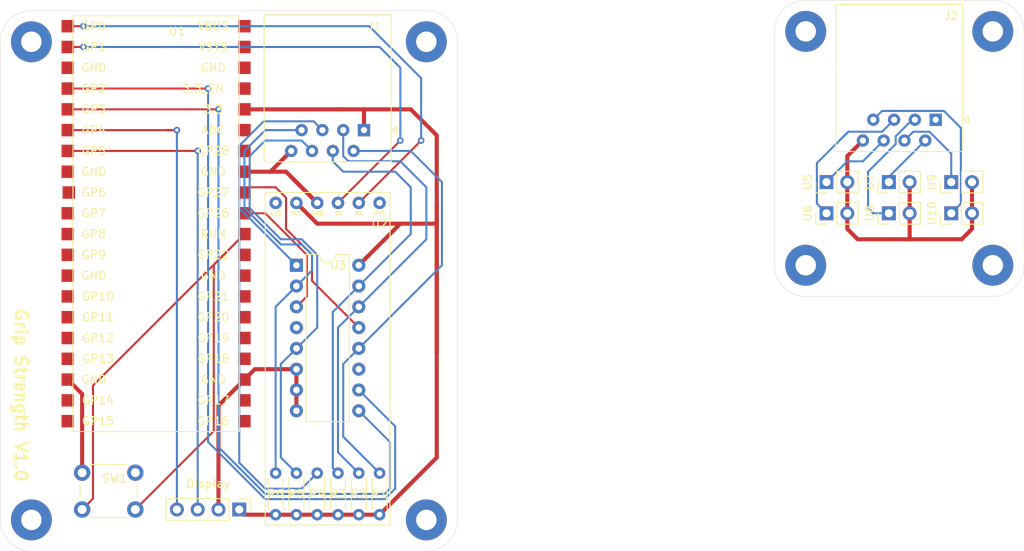
<source format=kicad_pcb>
(kicad_pcb (version 20171130) (host pcbnew 5.1.10-88a1d61d58~88~ubuntu18.04.1)

  (general
    (thickness 1.6)
    (drawings 18)
    (tracks 223)
    (zones 0)
    (modules 27)
    (nets 51)
  )

  (page A4)
  (layers
    (0 F.Cu signal)
    (31 B.Cu signal)
    (32 B.Adhes user)
    (33 F.Adhes user)
    (34 B.Paste user)
    (35 F.Paste user)
    (36 B.SilkS user)
    (37 F.SilkS user)
    (38 B.Mask user)
    (39 F.Mask user)
    (40 Dwgs.User user)
    (41 Cmts.User user)
    (42 Eco1.User user)
    (43 Eco2.User user)
    (44 Edge.Cuts user)
    (45 Margin user)
    (46 B.CrtYd user)
    (47 F.CrtYd user)
    (48 B.Fab user)
    (49 F.Fab user hide)
  )

  (setup
    (last_trace_width 0.25)
    (trace_clearance 0.2)
    (zone_clearance 0.508)
    (zone_45_only no)
    (trace_min 0.2)
    (via_size 0.8)
    (via_drill 0.4)
    (via_min_size 0.4)
    (via_min_drill 0.3)
    (uvia_size 0.3)
    (uvia_drill 0.1)
    (uvias_allowed no)
    (uvia_min_size 0.2)
    (uvia_min_drill 0.1)
    (edge_width 0.05)
    (segment_width 0.2)
    (pcb_text_width 0.3)
    (pcb_text_size 1.5 1.5)
    (mod_edge_width 0.12)
    (mod_text_size 1 1)
    (mod_text_width 0.15)
    (pad_size 1.524 1.524)
    (pad_drill 0.762)
    (pad_to_mask_clearance 0)
    (aux_axis_origin 0 0)
    (visible_elements FFFFFF3F)
    (pcbplotparams
      (layerselection 0x010fc_ffffffff)
      (usegerberextensions false)
      (usegerberattributes true)
      (usegerberadvancedattributes true)
      (creategerberjobfile true)
      (excludeedgelayer true)
      (linewidth 0.100000)
      (plotframeref false)
      (viasonmask false)
      (mode 1)
      (useauxorigin false)
      (hpglpennumber 1)
      (hpglpenspeed 20)
      (hpglpendiameter 15.000000)
      (psnegative false)
      (psa4output false)
      (plotreference true)
      (plotvalue true)
      (plotinvisibletext false)
      (padsonsilk false)
      (subtractmaskfromsilk false)
      (outputformat 1)
      (mirror false)
      (drillshape 0)
      (scaleselection 1)
      (outputdirectory "Gerber/"))
  )

  (net 0 "")
  (net 1 "Net-(J1-Pad2)")
  (net 2 "Net-(J1-Pad3)")
  (net 3 VCC)
  (net 4 "Net-(SW1-Pad1)")
  (net 5 "Net-(U1-Pad1)")
  (net 6 "Net-(U1-Pad2)")
  (net 7 "Net-(U1-Pad4)")
  (net 8 "Net-(U1-Pad5)")
  (net 9 "Net-(U1-Pad6)")
  (net 10 "Net-(U1-Pad7)")
  (net 11 "Net-(U1-Pad8)")
  (net 12 "Net-(U1-Pad9)")
  (net 13 "Net-(U1-Pad10)")
  (net 14 "Net-(U1-Pad11)")
  (net 15 "Net-(U1-Pad12)")
  (net 16 "Net-(U1-Pad14)")
  (net 17 "Net-(U1-Pad15)")
  (net 18 "Net-(U1-Pad16)")
  (net 19 "Net-(U1-Pad17)")
  (net 20 "Net-(U1-Pad19)")
  (net 21 "Net-(U1-Pad20)")
  (net 22 "Net-(U1-Pad21)")
  (net 23 "Net-(U1-Pad22)")
  (net 24 "Net-(U1-Pad24)")
  (net 25 "Net-(U1-Pad25)")
  (net 26 "Net-(U1-Pad26)")
  (net 27 "Net-(U1-Pad27)")
  (net 28 "Net-(U1-Pad29)")
  (net 29 "Net-(U1-Pad32)")
  (net 30 "Net-(U1-Pad34)")
  (net 31 "Net-(U1-Pad35)")
  (net 32 "Net-(U1-Pad37)")
  (net 33 "Net-(U1-Pad39)")
  (net 34 "Net-(U1-Pad40)")
  (net 35 "Net-(U2-Pad6)")
  (net 36 "Net-(U2-Pad1)")
  (net 37 GNDREF)
  (net 38 "Net-(J1-Pad4)")
  (net 39 "Net-(J1-Pad5)")
  (net 40 "Net-(J1-Pad6)")
  (net 41 "Net-(J1-Pad7)")
  (net 42 "Net-(U1-Pad31)")
  (net 43 "Net-(U3-Pad4)")
  (net 44 "Net-(U3-Pad11)")
  (net 45 "Net-(J2-Pad7)")
  (net 46 "Net-(J2-Pad6)")
  (net 47 "Net-(J2-Pad5)")
  (net 48 "Net-(J2-Pad4)")
  (net 49 "Net-(J2-Pad3)")
  (net 50 "Net-(J2-Pad2)")

  (net_class Default "This is the default net class."
    (clearance 0.2)
    (trace_width 0.25)
    (via_dia 0.8)
    (via_drill 0.4)
    (uvia_dia 0.3)
    (uvia_drill 0.1)
    (add_net "Net-(J1-Pad2)")
    (add_net "Net-(J1-Pad3)")
    (add_net "Net-(J1-Pad4)")
    (add_net "Net-(J1-Pad5)")
    (add_net "Net-(J1-Pad6)")
    (add_net "Net-(J1-Pad7)")
    (add_net "Net-(J2-Pad2)")
    (add_net "Net-(J2-Pad3)")
    (add_net "Net-(J2-Pad4)")
    (add_net "Net-(J2-Pad5)")
    (add_net "Net-(J2-Pad6)")
    (add_net "Net-(J2-Pad7)")
    (add_net "Net-(SW1-Pad1)")
    (add_net "Net-(U1-Pad1)")
    (add_net "Net-(U1-Pad10)")
    (add_net "Net-(U1-Pad11)")
    (add_net "Net-(U1-Pad12)")
    (add_net "Net-(U1-Pad14)")
    (add_net "Net-(U1-Pad15)")
    (add_net "Net-(U1-Pad16)")
    (add_net "Net-(U1-Pad17)")
    (add_net "Net-(U1-Pad19)")
    (add_net "Net-(U1-Pad2)")
    (add_net "Net-(U1-Pad20)")
    (add_net "Net-(U1-Pad21)")
    (add_net "Net-(U1-Pad22)")
    (add_net "Net-(U1-Pad24)")
    (add_net "Net-(U1-Pad25)")
    (add_net "Net-(U1-Pad26)")
    (add_net "Net-(U1-Pad27)")
    (add_net "Net-(U1-Pad29)")
    (add_net "Net-(U1-Pad31)")
    (add_net "Net-(U1-Pad32)")
    (add_net "Net-(U1-Pad34)")
    (add_net "Net-(U1-Pad35)")
    (add_net "Net-(U1-Pad37)")
    (add_net "Net-(U1-Pad39)")
    (add_net "Net-(U1-Pad4)")
    (add_net "Net-(U1-Pad40)")
    (add_net "Net-(U1-Pad5)")
    (add_net "Net-(U1-Pad6)")
    (add_net "Net-(U1-Pad7)")
    (add_net "Net-(U1-Pad8)")
    (add_net "Net-(U1-Pad9)")
    (add_net "Net-(U2-Pad1)")
    (add_net "Net-(U2-Pad6)")
    (add_net "Net-(U3-Pad11)")
    (add_net "Net-(U3-Pad4)")
  )

  (net_class power ""
    (clearance 0.2)
    (trace_width 0.5)
    (via_dia 0.8)
    (via_drill 0.4)
    (uvia_dia 0.3)
    (uvia_drill 0.1)
    (add_net GNDREF)
    (add_net VCC)
  )

  (module Connector_PinHeader_2.54mm:PinHeader_1x02_P2.54mm_Vertical (layer F.Cu) (tedit 59FED5CC) (tstamp 6130639F)
    (at 191.135 76.835 90)
    (descr "Through hole straight pin header, 1x02, 2.54mm pitch, single row")
    (tags "Through hole pin header THT 1x02 2.54mm single row")
    (path /617D365E)
    (fp_text reference U10 (at 0 -2.33 90) (layer F.SilkS)
      (effects (font (size 1 1) (thickness 0.15)))
    )
    (fp_text value 40PC015G (at 0 4.87 90) (layer F.Fab)
      (effects (font (size 1 1) (thickness 0.15)))
    )
    (fp_text user %R (at 0 1.27) (layer F.Fab)
      (effects (font (size 1 1) (thickness 0.15)))
    )
    (fp_line (start -0.635 -1.27) (end 1.27 -1.27) (layer F.Fab) (width 0.1))
    (fp_line (start 1.27 -1.27) (end 1.27 3.81) (layer F.Fab) (width 0.1))
    (fp_line (start 1.27 3.81) (end -1.27 3.81) (layer F.Fab) (width 0.1))
    (fp_line (start -1.27 3.81) (end -1.27 -0.635) (layer F.Fab) (width 0.1))
    (fp_line (start -1.27 -0.635) (end -0.635 -1.27) (layer F.Fab) (width 0.1))
    (fp_line (start -1.33 3.87) (end 1.33 3.87) (layer F.SilkS) (width 0.12))
    (fp_line (start -1.33 1.27) (end -1.33 3.87) (layer F.SilkS) (width 0.12))
    (fp_line (start 1.33 1.27) (end 1.33 3.87) (layer F.SilkS) (width 0.12))
    (fp_line (start -1.33 1.27) (end 1.33 1.27) (layer F.SilkS) (width 0.12))
    (fp_line (start -1.33 0) (end -1.33 -1.33) (layer F.SilkS) (width 0.12))
    (fp_line (start -1.33 -1.33) (end 0 -1.33) (layer F.SilkS) (width 0.12))
    (fp_line (start -1.8 -1.8) (end -1.8 4.35) (layer F.CrtYd) (width 0.05))
    (fp_line (start -1.8 4.35) (end 1.8 4.35) (layer F.CrtYd) (width 0.05))
    (fp_line (start 1.8 4.35) (end 1.8 -1.8) (layer F.CrtYd) (width 0.05))
    (fp_line (start 1.8 -1.8) (end -1.8 -1.8) (layer F.CrtYd) (width 0.05))
    (pad 2 thru_hole oval (at 0 2.54 90) (size 1.7 1.7) (drill 1) (layers *.Cu *.Mask)
      (net 37 GNDREF))
    (pad 1 thru_hole rect (at 0 0 90) (size 1.7 1.7) (drill 1) (layers *.Cu *.Mask)
      (net 45 "Net-(J2-Pad7)"))
    (model ${KISYS3DMOD}/Connector_PinHeader_2.54mm.3dshapes/PinHeader_1x02_P2.54mm_Vertical.wrl
      (at (xyz 0 0 0))
      (scale (xyz 1 1 1))
      (rotate (xyz 0 0 0))
    )
  )

  (module MountingHole:MountingHole_2.5mm_Pad (layer F.Cu) (tedit 56D1B4CB) (tstamp 612F2DE8)
    (at 196.215 83.185)
    (descr "Mounting Hole 2.5mm")
    (tags "mounting hole 2.5mm")
    (path /617ABC19)
    (attr virtual)
    (fp_text reference H8 (at 0 -3.5) (layer F.SilkS) hide
      (effects (font (size 1 1) (thickness 0.15)))
    )
    (fp_text value MountingHole (at 0 3.5) (layer F.Fab)
      (effects (font (size 1 1) (thickness 0.15)))
    )
    (fp_text user %R (at 0.3 0) (layer F.Fab)
      (effects (font (size 1 1) (thickness 0.15)))
    )
    (fp_circle (center 0 0) (end 2.5 0) (layer Cmts.User) (width 0.15))
    (fp_circle (center 0 0) (end 2.75 0) (layer F.CrtYd) (width 0.05))
    (pad 1 thru_hole circle (at 0 0) (size 5 5) (drill 2.5) (layers *.Cu *.Mask))
  )

  (module MountingHole:MountingHole_2.5mm_Pad (layer F.Cu) (tedit 56D1B4CB) (tstamp 612F2DE0)
    (at 196.215 54.61)
    (descr "Mounting Hole 2.5mm")
    (tags "mounting hole 2.5mm")
    (path /617ABC1F)
    (attr virtual)
    (fp_text reference H7 (at 0 -3.5) (layer F.SilkS) hide
      (effects (font (size 1 1) (thickness 0.15)))
    )
    (fp_text value MountingHole (at 0 3.5) (layer F.Fab)
      (effects (font (size 1 1) (thickness 0.15)))
    )
    (fp_text user %R (at 0.3 0) (layer F.Fab)
      (effects (font (size 1 1) (thickness 0.15)))
    )
    (fp_circle (center 0 0) (end 2.5 0) (layer Cmts.User) (width 0.15))
    (fp_circle (center 0 0) (end 2.75 0) (layer F.CrtYd) (width 0.05))
    (pad 1 thru_hole circle (at 0 0) (size 5 5) (drill 2.5) (layers *.Cu *.Mask))
  )

  (module MountingHole:MountingHole_2.5mm_Pad (layer F.Cu) (tedit 56D1B4CB) (tstamp 612F2DD8)
    (at 173.355 83.185)
    (descr "Mounting Hole 2.5mm")
    (tags "mounting hole 2.5mm")
    (path /617ABC25)
    (attr virtual)
    (fp_text reference H6 (at 0 -3.5) (layer F.SilkS) hide
      (effects (font (size 1 1) (thickness 0.15)))
    )
    (fp_text value MountingHole (at 0 3.5) (layer F.Fab)
      (effects (font (size 1 1) (thickness 0.15)))
    )
    (fp_text user %R (at 0.3 0) (layer F.Fab)
      (effects (font (size 1 1) (thickness 0.15)))
    )
    (fp_circle (center 0 0) (end 2.5 0) (layer Cmts.User) (width 0.15))
    (fp_circle (center 0 0) (end 2.75 0) (layer F.CrtYd) (width 0.05))
    (pad 1 thru_hole circle (at 0 0) (size 5 5) (drill 2.5) (layers *.Cu *.Mask))
  )

  (module MountingHole:MountingHole_2.5mm_Pad (layer F.Cu) (tedit 56D1B4CB) (tstamp 612F2DD0)
    (at 173.355 54.61)
    (descr "Mounting Hole 2.5mm")
    (tags "mounting hole 2.5mm")
    (path /617ABC2B)
    (attr virtual)
    (fp_text reference H5 (at 0 -3.5) (layer F.SilkS) hide
      (effects (font (size 1 1) (thickness 0.15)))
    )
    (fp_text value MountingHole (at 0 3.5) (layer F.Fab)
      (effects (font (size 1 1) (thickness 0.15)))
    )
    (fp_text user %R (at 0.3 0) (layer F.Fab)
      (effects (font (size 1 1) (thickness 0.15)))
    )
    (fp_circle (center 0 0) (end 2.5 0) (layer Cmts.User) (width 0.15))
    (fp_circle (center 0 0) (end 2.75 0) (layer F.CrtYd) (width 0.05))
    (pad 1 thru_hole circle (at 0 0) (size 5 5) (drill 2.5) (layers *.Cu *.Mask))
  )

  (module Connector_PinHeader_2.54mm:PinHeader_1x02_P2.54mm_Vertical (layer F.Cu) (tedit 59FED5CC) (tstamp 612F2683)
    (at 191.135 73.025 90)
    (descr "Through hole straight pin header, 1x02, 2.54mm pitch, single row")
    (tags "Through hole pin header THT 1x02 2.54mm single row")
    (path /61779678)
    (fp_text reference U9 (at 0 -2.33 90) (layer F.SilkS)
      (effects (font (size 1 1) (thickness 0.15)))
    )
    (fp_text value 40PC015G (at 0 4.87 90) (layer F.Fab)
      (effects (font (size 1 1) (thickness 0.15)))
    )
    (fp_text user %R (at 0 1.27) (layer F.Fab)
      (effects (font (size 1 1) (thickness 0.15)))
    )
    (fp_line (start -0.635 -1.27) (end 1.27 -1.27) (layer F.Fab) (width 0.1))
    (fp_line (start 1.27 -1.27) (end 1.27 3.81) (layer F.Fab) (width 0.1))
    (fp_line (start 1.27 3.81) (end -1.27 3.81) (layer F.Fab) (width 0.1))
    (fp_line (start -1.27 3.81) (end -1.27 -0.635) (layer F.Fab) (width 0.1))
    (fp_line (start -1.27 -0.635) (end -0.635 -1.27) (layer F.Fab) (width 0.1))
    (fp_line (start -1.33 3.87) (end 1.33 3.87) (layer F.SilkS) (width 0.12))
    (fp_line (start -1.33 1.27) (end -1.33 3.87) (layer F.SilkS) (width 0.12))
    (fp_line (start 1.33 1.27) (end 1.33 3.87) (layer F.SilkS) (width 0.12))
    (fp_line (start -1.33 1.27) (end 1.33 1.27) (layer F.SilkS) (width 0.12))
    (fp_line (start -1.33 0) (end -1.33 -1.33) (layer F.SilkS) (width 0.12))
    (fp_line (start -1.33 -1.33) (end 0 -1.33) (layer F.SilkS) (width 0.12))
    (fp_line (start -1.8 -1.8) (end -1.8 4.35) (layer F.CrtYd) (width 0.05))
    (fp_line (start -1.8 4.35) (end 1.8 4.35) (layer F.CrtYd) (width 0.05))
    (fp_line (start 1.8 4.35) (end 1.8 -1.8) (layer F.CrtYd) (width 0.05))
    (fp_line (start 1.8 -1.8) (end -1.8 -1.8) (layer F.CrtYd) (width 0.05))
    (pad 2 thru_hole oval (at 0 2.54 90) (size 1.7 1.7) (drill 1) (layers *.Cu *.Mask)
      (net 37 GNDREF))
    (pad 1 thru_hole rect (at 0 0 90) (size 1.7 1.7) (drill 1) (layers *.Cu *.Mask)
      (net 48 "Net-(J2-Pad4)"))
    (model ${KISYS3DMOD}/Connector_PinHeader_2.54mm.3dshapes/PinHeader_1x02_P2.54mm_Vertical.wrl
      (at (xyz 0 0 0))
      (scale (xyz 1 1 1))
      (rotate (xyz 0 0 0))
    )
  )

  (module Connector_PinHeader_2.54mm:PinHeader_1x02_P2.54mm_Vertical (layer F.Cu) (tedit 59FED5CC) (tstamp 612F266D)
    (at 183.515 76.835 90)
    (descr "Through hole straight pin header, 1x02, 2.54mm pitch, single row")
    (tags "Through hole pin header THT 1x02 2.54mm single row")
    (path /6176F438)
    (fp_text reference U8 (at 0 -2.33 90) (layer F.SilkS)
      (effects (font (size 1 1) (thickness 0.15)))
    )
    (fp_text value 40PC015G (at 0 4.87 90) (layer F.Fab)
      (effects (font (size 1 1) (thickness 0.15)))
    )
    (fp_text user %R (at 0 1.27) (layer F.Fab)
      (effects (font (size 1 1) (thickness 0.15)))
    )
    (fp_line (start -0.635 -1.27) (end 1.27 -1.27) (layer F.Fab) (width 0.1))
    (fp_line (start 1.27 -1.27) (end 1.27 3.81) (layer F.Fab) (width 0.1))
    (fp_line (start 1.27 3.81) (end -1.27 3.81) (layer F.Fab) (width 0.1))
    (fp_line (start -1.27 3.81) (end -1.27 -0.635) (layer F.Fab) (width 0.1))
    (fp_line (start -1.27 -0.635) (end -0.635 -1.27) (layer F.Fab) (width 0.1))
    (fp_line (start -1.33 3.87) (end 1.33 3.87) (layer F.SilkS) (width 0.12))
    (fp_line (start -1.33 1.27) (end -1.33 3.87) (layer F.SilkS) (width 0.12))
    (fp_line (start 1.33 1.27) (end 1.33 3.87) (layer F.SilkS) (width 0.12))
    (fp_line (start -1.33 1.27) (end 1.33 1.27) (layer F.SilkS) (width 0.12))
    (fp_line (start -1.33 0) (end -1.33 -1.33) (layer F.SilkS) (width 0.12))
    (fp_line (start -1.33 -1.33) (end 0 -1.33) (layer F.SilkS) (width 0.12))
    (fp_line (start -1.8 -1.8) (end -1.8 4.35) (layer F.CrtYd) (width 0.05))
    (fp_line (start -1.8 4.35) (end 1.8 4.35) (layer F.CrtYd) (width 0.05))
    (fp_line (start 1.8 4.35) (end 1.8 -1.8) (layer F.CrtYd) (width 0.05))
    (fp_line (start 1.8 -1.8) (end -1.8 -1.8) (layer F.CrtYd) (width 0.05))
    (pad 2 thru_hole oval (at 0 2.54 90) (size 1.7 1.7) (drill 1) (layers *.Cu *.Mask)
      (net 37 GNDREF))
    (pad 1 thru_hole rect (at 0 0 90) (size 1.7 1.7) (drill 1) (layers *.Cu *.Mask)
      (net 49 "Net-(J2-Pad3)"))
    (model ${KISYS3DMOD}/Connector_PinHeader_2.54mm.3dshapes/PinHeader_1x02_P2.54mm_Vertical.wrl
      (at (xyz 0 0 0))
      (scale (xyz 1 1 1))
      (rotate (xyz 0 0 0))
    )
  )

  (module Connector_PinHeader_2.54mm:PinHeader_1x02_P2.54mm_Vertical (layer F.Cu) (tedit 59FED5CC) (tstamp 612F2657)
    (at 183.515 73.025 90)
    (descr "Through hole straight pin header, 1x02, 2.54mm pitch, single row")
    (tags "Through hole pin header THT 1x02 2.54mm single row")
    (path /617398C2)
    (fp_text reference U7 (at 0 -2.33 90) (layer F.SilkS)
      (effects (font (size 1 1) (thickness 0.15)))
    )
    (fp_text value 40PC015G (at 0 4.87 90) (layer F.Fab)
      (effects (font (size 1 1) (thickness 0.15)))
    )
    (fp_text user %R (at 0 1.27) (layer F.Fab)
      (effects (font (size 1 1) (thickness 0.15)))
    )
    (fp_line (start -0.635 -1.27) (end 1.27 -1.27) (layer F.Fab) (width 0.1))
    (fp_line (start 1.27 -1.27) (end 1.27 3.81) (layer F.Fab) (width 0.1))
    (fp_line (start 1.27 3.81) (end -1.27 3.81) (layer F.Fab) (width 0.1))
    (fp_line (start -1.27 3.81) (end -1.27 -0.635) (layer F.Fab) (width 0.1))
    (fp_line (start -1.27 -0.635) (end -0.635 -1.27) (layer F.Fab) (width 0.1))
    (fp_line (start -1.33 3.87) (end 1.33 3.87) (layer F.SilkS) (width 0.12))
    (fp_line (start -1.33 1.27) (end -1.33 3.87) (layer F.SilkS) (width 0.12))
    (fp_line (start 1.33 1.27) (end 1.33 3.87) (layer F.SilkS) (width 0.12))
    (fp_line (start -1.33 1.27) (end 1.33 1.27) (layer F.SilkS) (width 0.12))
    (fp_line (start -1.33 0) (end -1.33 -1.33) (layer F.SilkS) (width 0.12))
    (fp_line (start -1.33 -1.33) (end 0 -1.33) (layer F.SilkS) (width 0.12))
    (fp_line (start -1.8 -1.8) (end -1.8 4.35) (layer F.CrtYd) (width 0.05))
    (fp_line (start -1.8 4.35) (end 1.8 4.35) (layer F.CrtYd) (width 0.05))
    (fp_line (start 1.8 4.35) (end 1.8 -1.8) (layer F.CrtYd) (width 0.05))
    (fp_line (start 1.8 -1.8) (end -1.8 -1.8) (layer F.CrtYd) (width 0.05))
    (pad 2 thru_hole oval (at 0 2.54 90) (size 1.7 1.7) (drill 1) (layers *.Cu *.Mask)
      (net 37 GNDREF))
    (pad 1 thru_hole rect (at 0 0 90) (size 1.7 1.7) (drill 1) (layers *.Cu *.Mask)
      (net 50 "Net-(J2-Pad2)"))
    (model ${KISYS3DMOD}/Connector_PinHeader_2.54mm.3dshapes/PinHeader_1x02_P2.54mm_Vertical.wrl
      (at (xyz 0 0 0))
      (scale (xyz 1 1 1))
      (rotate (xyz 0 0 0))
    )
  )

  (module Connector_PinHeader_2.54mm:PinHeader_1x02_P2.54mm_Vertical (layer F.Cu) (tedit 59FED5CC) (tstamp 612F2641)
    (at 175.895 76.835 90)
    (descr "Through hole straight pin header, 1x02, 2.54mm pitch, single row")
    (tags "Through hole pin header THT 1x02 2.54mm single row")
    (path /6178242E)
    (fp_text reference U6 (at 0 -2.33 90) (layer F.SilkS)
      (effects (font (size 1 1) (thickness 0.15)))
    )
    (fp_text value 40PC015G (at 0 4.87 90) (layer F.Fab)
      (effects (font (size 1 1) (thickness 0.15)))
    )
    (fp_text user %R (at 0 1.27) (layer F.Fab)
      (effects (font (size 1 1) (thickness 0.15)))
    )
    (fp_line (start -0.635 -1.27) (end 1.27 -1.27) (layer F.Fab) (width 0.1))
    (fp_line (start 1.27 -1.27) (end 1.27 3.81) (layer F.Fab) (width 0.1))
    (fp_line (start 1.27 3.81) (end -1.27 3.81) (layer F.Fab) (width 0.1))
    (fp_line (start -1.27 3.81) (end -1.27 -0.635) (layer F.Fab) (width 0.1))
    (fp_line (start -1.27 -0.635) (end -0.635 -1.27) (layer F.Fab) (width 0.1))
    (fp_line (start -1.33 3.87) (end 1.33 3.87) (layer F.SilkS) (width 0.12))
    (fp_line (start -1.33 1.27) (end -1.33 3.87) (layer F.SilkS) (width 0.12))
    (fp_line (start 1.33 1.27) (end 1.33 3.87) (layer F.SilkS) (width 0.12))
    (fp_line (start -1.33 1.27) (end 1.33 1.27) (layer F.SilkS) (width 0.12))
    (fp_line (start -1.33 0) (end -1.33 -1.33) (layer F.SilkS) (width 0.12))
    (fp_line (start -1.33 -1.33) (end 0 -1.33) (layer F.SilkS) (width 0.12))
    (fp_line (start -1.8 -1.8) (end -1.8 4.35) (layer F.CrtYd) (width 0.05))
    (fp_line (start -1.8 4.35) (end 1.8 4.35) (layer F.CrtYd) (width 0.05))
    (fp_line (start 1.8 4.35) (end 1.8 -1.8) (layer F.CrtYd) (width 0.05))
    (fp_line (start 1.8 -1.8) (end -1.8 -1.8) (layer F.CrtYd) (width 0.05))
    (pad 2 thru_hole oval (at 0 2.54 90) (size 1.7 1.7) (drill 1) (layers *.Cu *.Mask)
      (net 37 GNDREF))
    (pad 1 thru_hole rect (at 0 0 90) (size 1.7 1.7) (drill 1) (layers *.Cu *.Mask)
      (net 47 "Net-(J2-Pad5)"))
    (model ${KISYS3DMOD}/Connector_PinHeader_2.54mm.3dshapes/PinHeader_1x02_P2.54mm_Vertical.wrl
      (at (xyz 0 0 0))
      (scale (xyz 1 1 1))
      (rotate (xyz 0 0 0))
    )
  )

  (module Connector_PinHeader_2.54mm:PinHeader_1x02_P2.54mm_Vertical (layer F.Cu) (tedit 59FED5CC) (tstamp 612F262B)
    (at 175.895 73.025 90)
    (descr "Through hole straight pin header, 1x02, 2.54mm pitch, single row")
    (tags "Through hole pin header THT 1x02 2.54mm single row")
    (path /61785BED)
    (fp_text reference U5 (at 0 -2.33 90) (layer F.SilkS)
      (effects (font (size 1 1) (thickness 0.15)))
    )
    (fp_text value 40PC015G (at 0 4.87 90) (layer F.Fab)
      (effects (font (size 1 1) (thickness 0.15)))
    )
    (fp_text user %R (at 0 1.27) (layer F.Fab)
      (effects (font (size 1 1) (thickness 0.15)))
    )
    (fp_line (start -0.635 -1.27) (end 1.27 -1.27) (layer F.Fab) (width 0.1))
    (fp_line (start 1.27 -1.27) (end 1.27 3.81) (layer F.Fab) (width 0.1))
    (fp_line (start 1.27 3.81) (end -1.27 3.81) (layer F.Fab) (width 0.1))
    (fp_line (start -1.27 3.81) (end -1.27 -0.635) (layer F.Fab) (width 0.1))
    (fp_line (start -1.27 -0.635) (end -0.635 -1.27) (layer F.Fab) (width 0.1))
    (fp_line (start -1.33 3.87) (end 1.33 3.87) (layer F.SilkS) (width 0.12))
    (fp_line (start -1.33 1.27) (end -1.33 3.87) (layer F.SilkS) (width 0.12))
    (fp_line (start 1.33 1.27) (end 1.33 3.87) (layer F.SilkS) (width 0.12))
    (fp_line (start -1.33 1.27) (end 1.33 1.27) (layer F.SilkS) (width 0.12))
    (fp_line (start -1.33 0) (end -1.33 -1.33) (layer F.SilkS) (width 0.12))
    (fp_line (start -1.33 -1.33) (end 0 -1.33) (layer F.SilkS) (width 0.12))
    (fp_line (start -1.8 -1.8) (end -1.8 4.35) (layer F.CrtYd) (width 0.05))
    (fp_line (start -1.8 4.35) (end 1.8 4.35) (layer F.CrtYd) (width 0.05))
    (fp_line (start 1.8 4.35) (end 1.8 -1.8) (layer F.CrtYd) (width 0.05))
    (fp_line (start 1.8 -1.8) (end -1.8 -1.8) (layer F.CrtYd) (width 0.05))
    (pad 2 thru_hole oval (at 0 2.54 90) (size 1.7 1.7) (drill 1) (layers *.Cu *.Mask)
      (net 37 GNDREF))
    (pad 1 thru_hole rect (at 0 0 90) (size 1.7 1.7) (drill 1) (layers *.Cu *.Mask)
      (net 46 "Net-(J2-Pad6)"))
    (model ${KISYS3DMOD}/Connector_PinHeader_2.54mm.3dshapes/PinHeader_1x02_P2.54mm_Vertical.wrl
      (at (xyz 0 0 0))
      (scale (xyz 1 1 1))
      (rotate (xyz 0 0 0))
    )
  )

  (module Connector_RJ:RJ45_Amphenol_54602-x08_Horizontal (layer F.Cu) (tedit 5B103613) (tstamp 612F23B9)
    (at 189.23 65.405 180)
    (descr "8 Pol Shallow Latch Connector, Modjack, RJ45 (https://cdn.amphenol-icc.com/media/wysiwyg/files/drawing/c-bmj-0102.pdf)")
    (tags RJ45)
    (path /61728F22)
    (fp_text reference J2 (at -1.905 12.7) (layer F.SilkS)
      (effects (font (size 1 1) (thickness 0.15)))
    )
    (fp_text value RJ45 (at 4.445 4) (layer F.Fab)
      (effects (font (size 1 1) (thickness 0.15)))
    )
    (fp_text user %R (at 4.445 2) (layer F.Fab)
      (effects (font (size 1 1) (thickness 0.15)))
    )
    (fp_line (start -4 0.5) (end -3.5 0) (layer F.SilkS) (width 0.12))
    (fp_line (start -4 -0.5) (end -4 0.5) (layer F.SilkS) (width 0.12))
    (fp_line (start -3.5 0) (end -4 -0.5) (layer F.SilkS) (width 0.12))
    (fp_line (start -3.205 13.97) (end -3.205 -2.77) (layer F.Fab) (width 0.12))
    (fp_line (start 12.095 13.97) (end -3.205 13.97) (layer F.Fab) (width 0.12))
    (fp_line (start 12.095 -3.77) (end 12.095 13.97) (layer F.Fab) (width 0.12))
    (fp_line (start -2.205 -3.77) (end 12.095 -3.77) (layer F.Fab) (width 0.12))
    (fp_line (start -3.205 -2.77) (end -2.205 -3.77) (layer F.Fab) (width 0.12))
    (fp_line (start -3.315 14.08) (end 12.205 14.08) (layer F.SilkS) (width 0.12))
    (fp_line (start 12.205 -3.88) (end 12.205 14.08) (layer F.SilkS) (width 0.12))
    (fp_line (start 12.205 -3.88) (end -3.315 -3.88) (layer F.SilkS) (width 0.12))
    (fp_line (start -3.315 -3.88) (end -3.315 14.08) (layer F.SilkS) (width 0.12))
    (fp_line (start -3.71 -4.27) (end 12.6 -4.27) (layer F.CrtYd) (width 0.05))
    (fp_line (start -3.71 -4.27) (end -3.71 14.47) (layer F.CrtYd) (width 0.05))
    (fp_line (start 12.6 14.47) (end 12.6 -4.27) (layer F.CrtYd) (width 0.05))
    (fp_line (start 12.6 14.47) (end -3.71 14.47) (layer F.CrtYd) (width 0.05))
    (pad 8 thru_hole circle (at 8.89 -2.54 180) (size 1.5 1.5) (drill 0.76) (layers *.Cu *.Mask)
      (net 37 GNDREF))
    (pad 7 thru_hole circle (at 7.62 0 180) (size 1.5 1.5) (drill 0.76) (layers *.Cu *.Mask)
      (net 45 "Net-(J2-Pad7)"))
    (pad 6 thru_hole circle (at 6.35 -2.54 180) (size 1.5 1.5) (drill 0.76) (layers *.Cu *.Mask)
      (net 46 "Net-(J2-Pad6)"))
    (pad 5 thru_hole circle (at 5.08 0 180) (size 1.5 1.5) (drill 0.76) (layers *.Cu *.Mask)
      (net 47 "Net-(J2-Pad5)"))
    (pad 4 thru_hole circle (at 3.81 -2.54 180) (size 1.5 1.5) (drill 0.76) (layers *.Cu *.Mask)
      (net 48 "Net-(J2-Pad4)"))
    (pad 3 thru_hole circle (at 2.54 0 180) (size 1.5 1.5) (drill 0.76) (layers *.Cu *.Mask)
      (net 49 "Net-(J2-Pad3)"))
    (pad 2 thru_hole circle (at 1.27 -2.54 180) (size 1.5 1.5) (drill 0.76) (layers *.Cu *.Mask)
      (net 50 "Net-(J2-Pad2)"))
    (pad 1 thru_hole rect (at 0 0 180) (size 1.5 1.5) (drill 0.76) (layers *.Cu *.Mask)
      (net 3 VCC))
    (pad "" np_thru_hole circle (at -1.27 6.35 180) (size 3.2 3.2) (drill 3.2) (layers *.Cu *.Mask))
    (pad "" np_thru_hole circle (at 10.16 6.35 180) (size 3.2 3.2) (drill 3.2) (layers *.Cu *.Mask))
    (model ${KISYS3DMOD}/Connector_RJ.3dshapes/RJ45_Amphenol_54602-x08_Horizontal.wrl
      (at (xyz 0 0 0))
      (scale (xyz 1 1 1))
      (rotate (xyz 0 0 0))
    )
  )

  (module Connector_RJ:RJ45_Amphenol_54602-x08_Horizontal (layer F.Cu) (tedit 5B103613) (tstamp 61272443)
    (at 119.38 66.675 180)
    (descr "8 Pol Shallow Latch Connector, Modjack, RJ45 (https://cdn.amphenol-icc.com/media/wysiwyg/files/drawing/c-bmj-0102.pdf)")
    (tags RJ45)
    (path /613E9FCF)
    (fp_text reference J1 (at -1.27 12.7) (layer F.SilkS)
      (effects (font (size 1 1) (thickness 0.15)))
    )
    (fp_text value RJ45 (at 4.445 4) (layer F.Fab)
      (effects (font (size 1 1) (thickness 0.15)))
    )
    (fp_line (start 12.6 14.47) (end -3.71 14.47) (layer F.CrtYd) (width 0.05))
    (fp_line (start 12.6 14.47) (end 12.6 -4.27) (layer F.CrtYd) (width 0.05))
    (fp_line (start -3.71 -4.27) (end -3.71 14.47) (layer F.CrtYd) (width 0.05))
    (fp_line (start -3.71 -4.27) (end 12.6 -4.27) (layer F.CrtYd) (width 0.05))
    (fp_line (start -3.315 -3.88) (end -3.315 14.08) (layer F.SilkS) (width 0.12))
    (fp_line (start 12.205 -3.88) (end -3.315 -3.88) (layer F.SilkS) (width 0.12))
    (fp_line (start 12.205 -3.88) (end 12.205 14.08) (layer F.SilkS) (width 0.12))
    (fp_line (start -3.315 14.08) (end 12.205 14.08) (layer F.SilkS) (width 0.12))
    (fp_line (start -3.205 -2.77) (end -2.205 -3.77) (layer F.Fab) (width 0.12))
    (fp_line (start -2.205 -3.77) (end 12.095 -3.77) (layer F.Fab) (width 0.12))
    (fp_line (start 12.095 -3.77) (end 12.095 13.97) (layer F.Fab) (width 0.12))
    (fp_line (start 12.095 13.97) (end -3.205 13.97) (layer F.Fab) (width 0.12))
    (fp_line (start -3.205 13.97) (end -3.205 -2.77) (layer F.Fab) (width 0.12))
    (fp_line (start -3.5 0) (end -4 -0.5) (layer F.SilkS) (width 0.12))
    (fp_line (start -4 -0.5) (end -4 0.5) (layer F.SilkS) (width 0.12))
    (fp_line (start -4 0.5) (end -3.5 0) (layer F.SilkS) (width 0.12))
    (fp_text user %R (at 4.445 2) (layer F.Fab)
      (effects (font (size 1 1) (thickness 0.15)))
    )
    (pad "" np_thru_hole circle (at 10.16 6.35 180) (size 3.2 3.2) (drill 3.2) (layers *.Cu *.Mask))
    (pad "" np_thru_hole circle (at -1.27 6.35 180) (size 3.2 3.2) (drill 3.2) (layers *.Cu *.Mask))
    (pad 1 thru_hole rect (at 0 0 180) (size 1.5 1.5) (drill 0.76) (layers *.Cu *.Mask)
      (net 3 VCC))
    (pad 2 thru_hole circle (at 1.27 -2.54 180) (size 1.5 1.5) (drill 0.76) (layers *.Cu *.Mask)
      (net 1 "Net-(J1-Pad2)"))
    (pad 3 thru_hole circle (at 2.54 0 180) (size 1.5 1.5) (drill 0.76) (layers *.Cu *.Mask)
      (net 2 "Net-(J1-Pad3)"))
    (pad 4 thru_hole circle (at 3.81 -2.54 180) (size 1.5 1.5) (drill 0.76) (layers *.Cu *.Mask)
      (net 38 "Net-(J1-Pad4)"))
    (pad 5 thru_hole circle (at 5.08 0 180) (size 1.5 1.5) (drill 0.76) (layers *.Cu *.Mask)
      (net 39 "Net-(J1-Pad5)"))
    (pad 6 thru_hole circle (at 6.35 -2.54 180) (size 1.5 1.5) (drill 0.76) (layers *.Cu *.Mask)
      (net 40 "Net-(J1-Pad6)"))
    (pad 7 thru_hole circle (at 7.62 0 180) (size 1.5 1.5) (drill 0.76) (layers *.Cu *.Mask)
      (net 41 "Net-(J1-Pad7)"))
    (pad 8 thru_hole circle (at 8.89 -2.54 180) (size 1.5 1.5) (drill 0.76) (layers *.Cu *.Mask)
      (net 37 GNDREF))
    (model ${KISYS3DMOD}/Connector_RJ.3dshapes/RJ45_Amphenol_54602-x08_Horizontal.wrl
      (at (xyz 0 0 0))
      (scale (xyz 1 1 1))
      (rotate (xyz 0 0 0))
    )
  )

  (module Desktop:pico_rp2040_sip (layer F.Cu) (tedit 61274298) (tstamp 6127E78F)
    (at 92.71 59.055)
    (path /61248D06)
    (fp_text reference U1 (at 3.81 -4.445 180) (layer F.SilkS)
      (effects (font (size 1 1) (thickness 0.15)))
    )
    (fp_text value PICO_RP2040 (at -1.27 6.35 90) (layer F.Fab)
      (effects (font (size 1 1) (thickness 0.15)))
    )
    (fp_text user GND (at 8.255 38.1) (layer F.SilkS)
      (effects (font (size 1 1) (thickness 0.15)))
    )
    (fp_text user GP17 (at 8.255 40.64) (layer F.SilkS)
      (effects (font (size 1 1) (thickness 0.15)))
    )
    (fp_text user GP22 (at 8.255 22.86) (layer F.SilkS)
      (effects (font (size 1 1) (thickness 0.15)))
    )
    (fp_text user RUN (at 8.255 20.32) (layer F.SilkS)
      (effects (font (size 1 1) (thickness 0.15)))
    )
    (fp_text user GP16 (at 8.255 43.18) (layer F.SilkS)
      (effects (font (size 1 1) (thickness 0.15)))
    )
    (fp_text user GP18 (at 8.255 35.56) (layer F.SilkS)
      (effects (font (size 1 1) (thickness 0.15)))
    )
    (fp_text user VSYS (at 8.255 -2.54) (layer F.SilkS)
      (effects (font (size 1 1) (thickness 0.15)))
    )
    (fp_text user GND (at 8.255 12.7) (layer F.SilkS)
      (effects (font (size 1 1) (thickness 0.15)))
    )
    (fp_text user GND (at 8.255 25.4) (layer F.SilkS)
      (effects (font (size 1 1) (thickness 0.15)))
    )
    (fp_text user 3.3 (at 8.255 5.08) (layer F.SilkS)
      (effects (font (size 1 1) (thickness 0.15)))
    )
    (fp_text user GP26 (at 8.255 17.78) (layer F.SilkS)
      (effects (font (size 1 1) (thickness 0.15)))
    )
    (fp_text user GP28 (at 8.255 10.16) (layer F.SilkS)
      (effects (font (size 1 1) (thickness 0.15)))
    )
    (fp_text user GP20 (at 8.255 30.48) (layer F.SilkS)
      (effects (font (size 1 1) (thickness 0.15)))
    )
    (fp_text user GP27 (at 8.255 15.24) (layer F.SilkS)
      (effects (font (size 1 1) (thickness 0.15)))
    )
    (fp_text user ADC (at 8.255 7.62) (layer F.SilkS)
      (effects (font (size 1 1) (thickness 0.15)))
    )
    (fp_text user 3.3_EN (at 6.985 2.54) (layer F.SilkS)
      (effects (font (size 1 1) (thickness 0.15)))
    )
    (fp_text user VBUS (at 8.255 -5.08) (layer F.SilkS)
      (effects (font (size 1 1) (thickness 0.15)))
    )
    (fp_text user GND (at 8.255 0) (layer F.SilkS)
      (effects (font (size 1 1) (thickness 0.15)))
    )
    (fp_text user GP19 (at 8.255 33.02) (layer F.SilkS)
      (effects (font (size 1 1) (thickness 0.15)))
    )
    (fp_text user GP21 (at 8.255 27.94) (layer F.SilkS)
      (effects (font (size 1 1) (thickness 0.15)))
    )
    (fp_text user GP15 (at -5.842 43.18) (layer F.SilkS)
      (effects (font (size 1 1) (thickness 0.15)))
    )
    (fp_text user GP14 (at -5.842 40.64) (layer F.SilkS)
      (effects (font (size 1 1) (thickness 0.15)))
    )
    (fp_text user GP10 (at -5.842 27.94) (layer F.SilkS)
      (effects (font (size 1 1) (thickness 0.15)))
    )
    (fp_text user GP13 (at -5.842 35.56) (layer F.SilkS)
      (effects (font (size 1 1) (thickness 0.15)))
    )
    (fp_text user GND (at -6.35 38.1) (layer F.SilkS)
      (effects (font (size 1 1) (thickness 0.15)))
    )
    (fp_text user GP12 (at -5.842 33.02) (layer F.SilkS)
      (effects (font (size 1 1) (thickness 0.15)))
    )
    (fp_text user GND (at -6.35 25.4) (layer F.SilkS)
      (effects (font (size 1 1) (thickness 0.15)))
    )
    (fp_text user GP11 (at -5.842 30.48) (layer F.SilkS)
      (effects (font (size 1 1) (thickness 0.15)))
    )
    (fp_text user GND (at -6.35 12.7) (layer F.SilkS)
      (effects (font (size 1 1) (thickness 0.15)))
    )
    (fp_text user GP8 (at -6.35 20.32) (layer F.SilkS)
      (effects (font (size 1 1) (thickness 0.15)))
    )
    (fp_text user GP9 (at -6.35 22.86) (layer F.SilkS)
      (effects (font (size 1 1) (thickness 0.15)))
    )
    (fp_text user GP7 (at -6.35 17.78) (layer F.SilkS)
      (effects (font (size 1 1) (thickness 0.15)))
    )
    (fp_text user GP5 (at -6.35 10.16) (layer F.SilkS)
      (effects (font (size 1 1) (thickness 0.15)))
    )
    (fp_text user GP6 (at -6.35 15.24) (layer F.SilkS)
      (effects (font (size 1 1) (thickness 0.15)))
    )
    (fp_text user GP4 (at -6.35 7.62) (layer F.SilkS)
      (effects (font (size 1 1) (thickness 0.15)))
    )
    (fp_text user GP3 (at -6.35 5.08) (layer F.SilkS)
      (effects (font (size 1 1) (thickness 0.15)))
    )
    (fp_text user GP2 (at -6.35 2.54) (layer F.SilkS)
      (effects (font (size 1 1) (thickness 0.15)))
    )
    (fp_text user GND (at -6.35 0) (layer F.SilkS)
      (effects (font (size 1 1) (thickness 0.15)))
    )
    (fp_text user GP1 (at -6.35 -2.54) (layer F.SilkS)
      (effects (font (size 1 1) (thickness 0.15)))
    )
    (fp_text user GP0 (at -6.35 -5.08) (layer F.SilkS)
      (effects (font (size 1 1) (thickness 0.15)))
    )
    (fp_line (start 11.43 44.45) (end -8.89 44.45) (layer F.SilkS) (width 0.12))
    (fp_line (start 11.43 -6.35) (end 11.43 44.45) (layer F.SilkS) (width 0.12))
    (fp_line (start -8.89 -6.35) (end 11.43 -6.35) (layer F.SilkS) (width 0.12))
    (fp_line (start -8.89 -6.35) (end -8.89 44.45) (layer F.SilkS) (width 0.12))
    (pad 40 smd rect (at 12.065 -5.08) (size 1.524 1.524) (layers F.Cu F.Paste F.Mask)
      (net 34 "Net-(U1-Pad40)"))
    (pad 39 smd rect (at 12.065 -2.54) (size 1.524 1.524) (layers F.Cu F.Paste F.Mask)
      (net 33 "Net-(U1-Pad39)"))
    (pad 38 smd rect (at 12.065 0) (size 1.524 1.524) (layers F.Cu F.Paste F.Mask)
      (net 37 GNDREF))
    (pad 37 smd rect (at 12.065 2.54) (size 1.524 1.524) (layers F.Cu F.Paste F.Mask)
      (net 32 "Net-(U1-Pad37)"))
    (pad 36 smd rect (at 12.065 5.08) (size 1.524 1.524) (layers F.Cu F.Paste F.Mask)
      (net 3 VCC))
    (pad 35 smd rect (at 12.065 7.62) (size 1.524 1.524) (layers F.Cu F.Paste F.Mask)
      (net 31 "Net-(U1-Pad35)"))
    (pad 34 smd rect (at 12.065 10.16) (size 1.524 1.524) (layers F.Cu F.Paste F.Mask)
      (net 30 "Net-(U1-Pad34)"))
    (pad 33 smd rect (at 12.065 12.7) (size 1.524 1.524) (layers F.Cu F.Paste F.Mask)
      (net 37 GNDREF))
    (pad 32 smd rect (at 12.065 15.24) (size 1.524 1.524) (layers F.Cu F.Paste F.Mask)
      (net 29 "Net-(U1-Pad32)"))
    (pad 31 smd rect (at 12.065 17.78) (size 1.524 1.524) (layers F.Cu F.Paste F.Mask)
      (net 42 "Net-(U1-Pad31)"))
    (pad 30 connect rect (at 12.065 20.32) (size 1.524 1.524) (layers F.Cu F.Mask)
      (net 4 "Net-(SW1-Pad1)"))
    (pad 29 smd rect (at 12.065 22.86) (size 1.524 1.524) (layers F.Cu F.Paste F.Mask)
      (net 28 "Net-(U1-Pad29)"))
    (pad 28 smd rect (at 12.065 25.4) (size 1.524 1.524) (layers F.Cu F.Paste F.Mask)
      (net 37 GNDREF))
    (pad 27 smd rect (at 12.065 27.94) (size 1.524 1.524) (layers F.Cu F.Paste F.Mask)
      (net 27 "Net-(U1-Pad27)"))
    (pad 26 smd rect (at 12.065 30.48) (size 1.524 1.524) (layers F.Cu F.Paste F.Mask)
      (net 26 "Net-(U1-Pad26)"))
    (pad 25 smd rect (at 12.065 33.02) (size 1.524 1.524) (layers F.Cu F.Paste F.Mask)
      (net 25 "Net-(U1-Pad25)"))
    (pad 24 smd rect (at 12.065 35.56) (size 1.524 1.524) (layers F.Cu F.Paste F.Mask)
      (net 24 "Net-(U1-Pad24)"))
    (pad 23 smd rect (at 12.065 38.1) (size 1.524 1.524) (layers F.Cu F.Paste F.Mask)
      (net 37 GNDREF))
    (pad 22 smd rect (at 12.065 40.64) (size 1.524 1.524) (layers F.Cu F.Paste F.Mask)
      (net 23 "Net-(U1-Pad22)"))
    (pad 21 smd rect (at 12.065 43.18) (size 1.524 1.524) (layers F.Cu F.Paste F.Mask)
      (net 22 "Net-(U1-Pad21)"))
    (pad 20 smd rect (at -9.525 43.18) (size 1.524 1.524) (layers F.Cu F.Paste F.Mask)
      (net 21 "Net-(U1-Pad20)"))
    (pad 19 smd rect (at -9.525 40.64) (size 1.524 1.524) (layers F.Cu F.Paste F.Mask)
      (net 20 "Net-(U1-Pad19)"))
    (pad 18 smd rect (at -9.525 38.1) (size 1.524 1.524) (layers F.Cu F.Paste F.Mask)
      (net 37 GNDREF))
    (pad 17 smd rect (at -9.525 35.56) (size 1.524 1.524) (layers F.Cu F.Paste F.Mask)
      (net 19 "Net-(U1-Pad17)"))
    (pad 16 smd rect (at -9.525 33.02) (size 1.524 1.524) (layers F.Cu F.Paste F.Mask)
      (net 18 "Net-(U1-Pad16)"))
    (pad 15 smd rect (at -9.525 30.48) (size 1.524 1.524) (layers F.Cu F.Paste F.Mask)
      (net 17 "Net-(U1-Pad15)"))
    (pad 14 smd rect (at -9.525 27.94) (size 1.524 1.524) (layers F.Cu F.Paste F.Mask)
      (net 16 "Net-(U1-Pad14)"))
    (pad 13 smd rect (at -9.525 25.4) (size 1.524 1.524) (layers F.Cu F.Paste F.Mask)
      (net 37 GNDREF))
    (pad 12 smd rect (at -9.525 22.86) (size 1.524 1.524) (layers F.Cu F.Paste F.Mask)
      (net 15 "Net-(U1-Pad12)"))
    (pad 11 smd rect (at -9.525 20.32) (size 1.524 1.524) (layers F.Cu F.Paste F.Mask)
      (net 14 "Net-(U1-Pad11)"))
    (pad 10 smd rect (at -9.525 17.78) (size 1.524 1.524) (layers F.Cu F.Paste F.Mask)
      (net 13 "Net-(U1-Pad10)"))
    (pad 9 smd rect (at -9.398 15.24) (size 1.524 1.524) (layers F.Cu F.Paste F.Mask)
      (net 12 "Net-(U1-Pad9)"))
    (pad 8 smd rect (at -9.525 12.7) (size 1.524 1.524) (layers F.Cu F.Paste F.Mask)
      (net 11 "Net-(U1-Pad8)"))
    (pad 7 smd rect (at -9.525 10.16) (size 1.524 1.524) (layers F.Cu F.Paste F.Mask)
      (net 10 "Net-(U1-Pad7)"))
    (pad 6 smd rect (at -9.525 7.62) (size 1.524 1.524) (layers F.Cu F.Paste F.Mask)
      (net 9 "Net-(U1-Pad6)"))
    (pad 5 smd rect (at -9.525 5.08) (size 1.524 1.524) (layers F.Cu F.Paste F.Mask)
      (net 8 "Net-(U1-Pad5)"))
    (pad 4 smd rect (at -9.525 2.54) (size 1.524 1.524) (layers F.Cu F.Paste F.Mask)
      (net 7 "Net-(U1-Pad4)"))
    (pad 3 smd rect (at -9.525 0) (size 1.524 1.524) (layers F.Cu F.Paste F.Mask)
      (net 37 GNDREF))
    (pad 2 smd rect (at -9.525 -2.54) (size 1.524 1.524) (layers F.Cu F.Paste F.Mask)
      (net 6 "Net-(U1-Pad2)"))
    (pad 1 smd rect (at -9.525 -5.08) (size 1.524 1.524) (layers F.Cu F.Paste F.Mask)
      (net 5 "Net-(U1-Pad1)"))
  )

  (module Connector_PinHeader_2.54mm:PinHeader_1x04_P2.54mm_Vertical (layer F.Cu) (tedit 59FED5CC) (tstamp 61287CDE)
    (at 104.14 113.03 270)
    (descr "Through hole straight pin header, 1x04, 2.54mm pitch, single row")
    (tags "Through hole pin header THT 1x04 2.54mm single row")
    (path /615584FF)
    (fp_text reference U4 (at -3.81 -1.27) (layer F.SilkS) hide
      (effects (font (size 1 1) (thickness 0.15)))
    )
    (fp_text value ssd1306-128x64 (at 0 9.95 90) (layer F.Fab)
      (effects (font (size 1 1) (thickness 0.15)))
    )
    (fp_text user %R (at 0 3.81) (layer F.Fab)
      (effects (font (size 1 1) (thickness 0.15)))
    )
    (fp_line (start -0.635 -1.27) (end 1.27 -1.27) (layer F.Fab) (width 0.1))
    (fp_line (start 1.27 -1.27) (end 1.27 8.89) (layer F.Fab) (width 0.1))
    (fp_line (start 1.27 8.89) (end -1.27 8.89) (layer F.Fab) (width 0.1))
    (fp_line (start -1.27 8.89) (end -1.27 -0.635) (layer F.Fab) (width 0.1))
    (fp_line (start -1.27 -0.635) (end -0.635 -1.27) (layer F.Fab) (width 0.1))
    (fp_line (start -1.33 8.95) (end 1.33 8.95) (layer F.SilkS) (width 0.12))
    (fp_line (start -1.33 1.27) (end -1.33 8.95) (layer F.SilkS) (width 0.12))
    (fp_line (start 1.33 1.27) (end 1.33 8.95) (layer F.SilkS) (width 0.12))
    (fp_line (start -1.33 1.27) (end 1.33 1.27) (layer F.SilkS) (width 0.12))
    (fp_line (start -1.33 0) (end -1.33 -1.33) (layer F.SilkS) (width 0.12))
    (fp_line (start -1.33 -1.33) (end 0 -1.33) (layer F.SilkS) (width 0.12))
    (fp_line (start -1.8 -1.8) (end -1.8 9.4) (layer F.CrtYd) (width 0.05))
    (fp_line (start -1.8 9.4) (end 1.8 9.4) (layer F.CrtYd) (width 0.05))
    (fp_line (start 1.8 9.4) (end 1.8 -1.8) (layer F.CrtYd) (width 0.05))
    (fp_line (start 1.8 -1.8) (end -1.8 -1.8) (layer F.CrtYd) (width 0.05))
    (pad 4 thru_hole oval (at 0 7.62 270) (size 1.7 1.7) (drill 1) (layers *.Cu *.Mask)
      (net 9 "Net-(U1-Pad6)"))
    (pad 3 thru_hole oval (at 0 5.08 270) (size 1.7 1.7) (drill 1) (layers *.Cu *.Mask)
      (net 10 "Net-(U1-Pad7)"))
    (pad 2 thru_hole oval (at 0 2.54 270) (size 1.7 1.7) (drill 1) (layers *.Cu *.Mask)
      (net 37 GNDREF))
    (pad 1 thru_hole rect (at 0 0 270) (size 1.7 1.7) (drill 1) (layers *.Cu *.Mask)
      (net 3 VCC))
    (model ${KISYS3DMOD}/Connector_PinHeader_2.54mm.3dshapes/PinHeader_1x04_P2.54mm_Vertical.wrl
      (at (xyz 0 0 0))
      (scale (xyz 1 1 1))
      (rotate (xyz 0 0 0))
    )
  )

  (module Resistor_THT:R_Axial_DIN0204_L3.6mm_D1.6mm_P5.08mm_Horizontal (layer F.Cu) (tedit 5AE5139B) (tstamp 61287B70)
    (at 108.585 113.665 90)
    (descr "Resistor, Axial_DIN0204 series, Axial, Horizontal, pin pitch=5.08mm, 0.167W, length*diameter=3.6*1.6mm^2, http://cdn-reichelt.de/documents/datenblatt/B400/1_4W%23YAG.pdf")
    (tags "Resistor Axial_DIN0204 series Axial Horizontal pin pitch 5.08mm 0.167W length 3.6mm diameter 1.6mm")
    (path /61533AFB)
    (fp_text reference R6 (at 2.54 0 180) (layer F.SilkS)
      (effects (font (size 1 1) (thickness 0.15)))
    )
    (fp_text value R (at 2.54 1.92 90) (layer F.Fab)
      (effects (font (size 1 1) (thickness 0.15)))
    )
    (fp_text user %R (at 2.54 0 90) (layer F.Fab)
      (effects (font (size 0.72 0.72) (thickness 0.108)))
    )
    (fp_line (start 0.74 -0.8) (end 0.74 0.8) (layer F.Fab) (width 0.1))
    (fp_line (start 0.74 0.8) (end 4.34 0.8) (layer F.Fab) (width 0.1))
    (fp_line (start 4.34 0.8) (end 4.34 -0.8) (layer F.Fab) (width 0.1))
    (fp_line (start 4.34 -0.8) (end 0.74 -0.8) (layer F.Fab) (width 0.1))
    (fp_line (start 0 0) (end 0.74 0) (layer F.Fab) (width 0.1))
    (fp_line (start 5.08 0) (end 4.34 0) (layer F.Fab) (width 0.1))
    (fp_line (start 0.62 -0.92) (end 4.46 -0.92) (layer F.SilkS) (width 0.12))
    (fp_line (start 0.62 0.92) (end 4.46 0.92) (layer F.SilkS) (width 0.12))
    (fp_line (start -0.95 -1.05) (end -0.95 1.05) (layer F.CrtYd) (width 0.05))
    (fp_line (start -0.95 1.05) (end 6.03 1.05) (layer F.CrtYd) (width 0.05))
    (fp_line (start 6.03 1.05) (end 6.03 -1.05) (layer F.CrtYd) (width 0.05))
    (fp_line (start 6.03 -1.05) (end -0.95 -1.05) (layer F.CrtYd) (width 0.05))
    (pad 2 thru_hole oval (at 5.08 0 90) (size 1.4 1.4) (drill 0.7) (layers *.Cu *.Mask)
      (net 41 "Net-(J1-Pad7)"))
    (pad 1 thru_hole circle (at 0 0 90) (size 1.4 1.4) (drill 0.7) (layers *.Cu *.Mask)
      (net 3 VCC))
    (model ${KISYS3DMOD}/Resistor_THT.3dshapes/R_Axial_DIN0204_L3.6mm_D1.6mm_P5.08mm_Horizontal.wrl
      (at (xyz 0 0 0))
      (scale (xyz 1 1 1))
      (rotate (xyz 0 0 0))
    )
  )

  (module Desktop:bt_rn42 (layer F.Cu) (tedit 61247B5A) (tstamp 6125F7AC)
    (at 113.665 80.645 180)
    (path /61258645)
    (fp_text reference U2 (at -7.62 2.54) (layer F.SilkS)
      (effects (font (size 1 1) (thickness 0.15)))
    )
    (fp_text value bt_rn42 (at -3.81 -5.08) (layer F.Fab)
      (effects (font (size 1 1) (thickness 0.15)))
    )
    (fp_line (start -8.89 -34.29) (end 6.35 -34.29) (layer F.SilkS) (width 0.12))
    (fp_line (start -8.89 6.35) (end -8.89 -34.29) (layer F.SilkS) (width 0.12))
    (fp_line (start -8.89 6.35) (end 6.35 6.35) (layer F.SilkS) (width 0.12))
    (fp_line (start 6.35 6.35) (end 6.35 -34.29) (layer F.SilkS) (width 0.12))
    (fp_text user CTS (at 5.08 3.81) (layer F.SilkS)
      (effects (font (size 0.5 0.5) (thickness 0.125)))
    )
    (fp_text user VCC (at 2.54 3.81) (layer F.SilkS)
      (effects (font (size 0.5 0.5) (thickness 0.125)))
    )
    (fp_text user GND (at 0 3.81) (layer F.SilkS)
      (effects (font (size 0.5 0.5) (thickness 0.125)))
    )
    (fp_text user TX (at -2.54 3.81) (layer F.SilkS)
      (effects (font (size 0.5 0.5) (thickness 0.125)))
    )
    (fp_text user RX (at -5.08 3.81) (layer F.SilkS)
      (effects (font (size 0.5 0.5) (thickness 0.125)))
    )
    (fp_text user RTS (at -7.62 3.81) (layer F.SilkS)
      (effects (font (size 0.5 0.5) (thickness 0.125)))
    )
    (pad 6 thru_hole circle (at 5.08 5.08 180) (size 1.524 1.524) (drill 0.762) (layers *.Cu *.Mask)
      (net 35 "Net-(U2-Pad6)"))
    (pad 5 thru_hole circle (at 2.54 5.08 180) (size 1.524 1.524) (drill 0.762) (layers *.Cu *.Mask)
      (net 3 VCC))
    (pad 4 thru_hole circle (at 0 5.08 180) (size 1.524 1.524) (drill 0.762) (layers *.Cu *.Mask)
      (net 37 GNDREF))
    (pad 3 thru_hole circle (at -2.54 5.08 180) (size 1.524 1.524) (drill 0.762) (layers *.Cu *.Mask)
      (net 6 "Net-(U1-Pad2)"))
    (pad 2 thru_hole circle (at -5.08 5.08 180) (size 1.524 1.524) (drill 0.762) (layers *.Cu *.Mask)
      (net 5 "Net-(U1-Pad1)"))
    (pad 1 thru_hole circle (at -7.62 5.08 180) (size 1.524 1.524) (drill 0.762) (layers *.Cu *.Mask)
      (net 36 "Net-(U2-Pad1)"))
  )

  (module Package_DIP:DIP-16_W7.62mm (layer F.Cu) (tedit 5A02E8C5) (tstamp 6127551E)
    (at 111.125 83.185)
    (descr "16-lead though-hole mounted DIP package, row spacing 7.62 mm (300 mils)")
    (tags "THT DIP DIL PDIP 2.54mm 7.62mm 300mil")
    (path /6138D6F5)
    (fp_text reference U3 (at 5.08 0) (layer F.SilkS)
      (effects (font (size 1 1) (thickness 0.15)))
    )
    (fp_text value 4052 (at 3.81 20.11) (layer F.Fab)
      (effects (font (size 1 1) (thickness 0.15)))
    )
    (fp_text user %R (at 3.81 8.89) (layer F.Fab)
      (effects (font (size 1 1) (thickness 0.15)))
    )
    (fp_arc (start 3.81 -1.33) (end 2.81 -1.33) (angle -180) (layer F.SilkS) (width 0.12))
    (fp_line (start 1.635 -1.27) (end 6.985 -1.27) (layer F.Fab) (width 0.1))
    (fp_line (start 6.985 -1.27) (end 6.985 19.05) (layer F.Fab) (width 0.1))
    (fp_line (start 6.985 19.05) (end 0.635 19.05) (layer F.Fab) (width 0.1))
    (fp_line (start 0.635 19.05) (end 0.635 -0.27) (layer F.Fab) (width 0.1))
    (fp_line (start 0.635 -0.27) (end 1.635 -1.27) (layer F.Fab) (width 0.1))
    (fp_line (start 2.81 -1.33) (end 1.16 -1.33) (layer F.SilkS) (width 0.12))
    (fp_line (start 1.16 -1.33) (end 1.16 19.11) (layer F.SilkS) (width 0.12))
    (fp_line (start 1.16 19.11) (end 6.46 19.11) (layer F.SilkS) (width 0.12))
    (fp_line (start 6.46 19.11) (end 6.46 -1.33) (layer F.SilkS) (width 0.12))
    (fp_line (start 6.46 -1.33) (end 4.81 -1.33) (layer F.SilkS) (width 0.12))
    (fp_line (start -1.1 -1.55) (end -1.1 19.3) (layer F.CrtYd) (width 0.05))
    (fp_line (start -1.1 19.3) (end 8.7 19.3) (layer F.CrtYd) (width 0.05))
    (fp_line (start 8.7 19.3) (end 8.7 -1.55) (layer F.CrtYd) (width 0.05))
    (fp_line (start 8.7 -1.55) (end -1.1 -1.55) (layer F.CrtYd) (width 0.05))
    (pad 16 thru_hole oval (at 7.62 0) (size 1.6 1.6) (drill 0.8) (layers *.Cu *.Mask)
      (net 3 VCC))
    (pad 8 thru_hole oval (at 0 17.78) (size 1.6 1.6) (drill 0.8) (layers *.Cu *.Mask)
      (net 37 GNDREF))
    (pad 15 thru_hole oval (at 7.62 2.54) (size 1.6 1.6) (drill 0.8) (layers *.Cu *.Mask)
      (net 38 "Net-(J1-Pad4)"))
    (pad 7 thru_hole oval (at 0 15.24) (size 1.6 1.6) (drill 0.8) (layers *.Cu *.Mask)
      (net 37 GNDREF))
    (pad 14 thru_hole oval (at 7.62 5.08) (size 1.6 1.6) (drill 0.8) (layers *.Cu *.Mask)
      (net 2 "Net-(J1-Pad3)"))
    (pad 6 thru_hole oval (at 0 12.7) (size 1.6 1.6) (drill 0.8) (layers *.Cu *.Mask)
      (net 37 GNDREF))
    (pad 13 thru_hole oval (at 7.62 7.62) (size 1.6 1.6) (drill 0.8) (layers *.Cu *.Mask)
      (net 29 "Net-(U1-Pad32)"))
    (pad 5 thru_hole oval (at 0 10.16) (size 1.6 1.6) (drill 0.8) (layers *.Cu *.Mask)
      (net 40 "Net-(J1-Pad6)"))
    (pad 12 thru_hole oval (at 7.62 10.16) (size 1.6 1.6) (drill 0.8) (layers *.Cu *.Mask)
      (net 1 "Net-(J1-Pad2)"))
    (pad 4 thru_hole oval (at 0 7.62) (size 1.6 1.6) (drill 0.8) (layers *.Cu *.Mask)
      (net 43 "Net-(U3-Pad4)"))
    (pad 11 thru_hole oval (at 7.62 12.7) (size 1.6 1.6) (drill 0.8) (layers *.Cu *.Mask)
      (net 44 "Net-(U3-Pad11)"))
    (pad 3 thru_hole oval (at 0 5.08) (size 1.6 1.6) (drill 0.8) (layers *.Cu *.Mask)
      (net 42 "Net-(U1-Pad31)"))
    (pad 10 thru_hole oval (at 7.62 15.24) (size 1.6 1.6) (drill 0.8) (layers *.Cu *.Mask)
      (net 7 "Net-(U1-Pad4)"))
    (pad 2 thru_hole oval (at 0 2.54) (size 1.6 1.6) (drill 0.8) (layers *.Cu *.Mask)
      (net 41 "Net-(J1-Pad7)"))
    (pad 9 thru_hole oval (at 7.62 17.78) (size 1.6 1.6) (drill 0.8) (layers *.Cu *.Mask)
      (net 8 "Net-(U1-Pad5)"))
    (pad 1 thru_hole rect (at 0 0) (size 1.6 1.6) (drill 0.8) (layers *.Cu *.Mask)
      (net 39 "Net-(J1-Pad5)"))
    (model ${KISYS3DMOD}/Package_DIP.3dshapes/DIP-16_W7.62mm.wrl
      (at (xyz 0 0 0))
      (scale (xyz 1 1 1))
      (rotate (xyz 0 0 0))
    )
  )

  (module Button_Switch_THT:SW_PUSH_6mm_H5mm (layer F.Cu) (tedit 5A02FE31) (tstamp 6125F740)
    (at 91.44 113.03 180)
    (descr "tactile push button, 6x6mm e.g. PHAP33xx series, height=5mm")
    (tags "tact sw push 6mm")
    (path /6131645D)
    (fp_text reference SW1 (at 2.54 3.81) (layer F.SilkS)
      (effects (font (size 1 1) (thickness 0.15)))
    )
    (fp_text value SW_Push (at 3.75 6.7) (layer F.Fab)
      (effects (font (size 1 1) (thickness 0.15)))
    )
    (fp_line (start 3.25 -0.75) (end 6.25 -0.75) (layer F.Fab) (width 0.1))
    (fp_line (start 6.25 -0.75) (end 6.25 5.25) (layer F.Fab) (width 0.1))
    (fp_line (start 6.25 5.25) (end 0.25 5.25) (layer F.Fab) (width 0.1))
    (fp_line (start 0.25 5.25) (end 0.25 -0.75) (layer F.Fab) (width 0.1))
    (fp_line (start 0.25 -0.75) (end 3.25 -0.75) (layer F.Fab) (width 0.1))
    (fp_line (start 7.75 6) (end 8 6) (layer F.CrtYd) (width 0.05))
    (fp_line (start 8 6) (end 8 5.75) (layer F.CrtYd) (width 0.05))
    (fp_line (start 7.75 -1.5) (end 8 -1.5) (layer F.CrtYd) (width 0.05))
    (fp_line (start 8 -1.5) (end 8 -1.25) (layer F.CrtYd) (width 0.05))
    (fp_line (start -1.5 -1.25) (end -1.5 -1.5) (layer F.CrtYd) (width 0.05))
    (fp_line (start -1.5 -1.5) (end -1.25 -1.5) (layer F.CrtYd) (width 0.05))
    (fp_line (start -1.5 5.75) (end -1.5 6) (layer F.CrtYd) (width 0.05))
    (fp_line (start -1.5 6) (end -1.25 6) (layer F.CrtYd) (width 0.05))
    (fp_line (start -1.25 -1.5) (end 7.75 -1.5) (layer F.CrtYd) (width 0.05))
    (fp_line (start -1.5 5.75) (end -1.5 -1.25) (layer F.CrtYd) (width 0.05))
    (fp_line (start 7.75 6) (end -1.25 6) (layer F.CrtYd) (width 0.05))
    (fp_line (start 8 -1.25) (end 8 5.75) (layer F.CrtYd) (width 0.05))
    (fp_line (start 1 5.5) (end 5.5 5.5) (layer F.SilkS) (width 0.12))
    (fp_line (start -0.25 1.5) (end -0.25 3) (layer F.SilkS) (width 0.12))
    (fp_line (start 5.5 -1) (end 1 -1) (layer F.SilkS) (width 0.12))
    (fp_line (start 6.75 3) (end 6.75 1.5) (layer F.SilkS) (width 0.12))
    (fp_circle (center 3.25 2.25) (end 1.25 2.5) (layer F.Fab) (width 0.1))
    (fp_text user %R (at 3.25 2.25 270) (layer F.Fab)
      (effects (font (size 1 1) (thickness 0.15)))
    )
    (pad 2 thru_hole circle (at 0 4.5 270) (size 2 2) (drill 1.1) (layers *.Cu *.Mask)
      (net 37 GNDREF))
    (pad 1 thru_hole circle (at 0 0 270) (size 2 2) (drill 1.1) (layers *.Cu *.Mask)
      (net 4 "Net-(SW1-Pad1)"))
    (pad 2 thru_hole circle (at 6.5 4.5 270) (size 2 2) (drill 1.1) (layers *.Cu *.Mask)
      (net 37 GNDREF))
    (pad 1 thru_hole circle (at 6.5 0 270) (size 2 2) (drill 1.1) (layers *.Cu *.Mask)
      (net 4 "Net-(SW1-Pad1)"))
    (model ${KISYS3DMOD}/Button_Switch_THT.3dshapes/SW_PUSH_6mm_H5mm.wrl
      (at (xyz 0 0 0))
      (scale (xyz 1 1 1))
      (rotate (xyz 0 0 0))
    )
  )

  (module MountingHole:MountingHole_2.5mm_Pad (layer F.Cu) (tedit 56D1B4CB) (tstamp 6126406D)
    (at 78.74 55.88)
    (descr "Mounting Hole 2.5mm")
    (tags "mounting hole 2.5mm")
    (path /6132A76F)
    (attr virtual)
    (fp_text reference H1 (at 0 -3.5) (layer F.SilkS) hide
      (effects (font (size 1 1) (thickness 0.15)))
    )
    (fp_text value MountingHole (at 0 3.5) (layer F.Fab)
      (effects (font (size 1 1) (thickness 0.15)))
    )
    (fp_text user %R (at 0.3 0) (layer F.Fab)
      (effects (font (size 1 1) (thickness 0.15)))
    )
    (fp_circle (center 0 0) (end 2.5 0) (layer Cmts.User) (width 0.15))
    (fp_circle (center 0 0) (end 2.75 0) (layer F.CrtYd) (width 0.05))
    (pad 1 thru_hole circle (at 0 0) (size 5 5) (drill 2.5) (layers *.Cu *.Mask))
  )

  (module MountingHole:MountingHole_2.5mm_Pad (layer F.Cu) (tedit 56D1B4CB) (tstamp 61264075)
    (at 127 55.88)
    (descr "Mounting Hole 2.5mm")
    (tags "mounting hole 2.5mm")
    (path /61331405)
    (attr virtual)
    (fp_text reference H2 (at 0 -3.5) (layer F.SilkS) hide
      (effects (font (size 1 1) (thickness 0.15)))
    )
    (fp_text value MountingHole (at 0 3.5) (layer F.Fab)
      (effects (font (size 1 1) (thickness 0.15)))
    )
    (fp_circle (center 0 0) (end 2.75 0) (layer F.CrtYd) (width 0.05))
    (fp_circle (center 0 0) (end 2.5 0) (layer Cmts.User) (width 0.15))
    (fp_text user %R (at 0.3 0) (layer F.Fab)
      (effects (font (size 1 1) (thickness 0.15)))
    )
    (pad 1 thru_hole circle (at 0 0) (size 5 5) (drill 2.5) (layers *.Cu *.Mask))
  )

  (module MountingHole:MountingHole_2.5mm_Pad (layer F.Cu) (tedit 56D1B4CB) (tstamp 6126407D)
    (at 78.74 114.3)
    (descr "Mounting Hole 2.5mm")
    (tags "mounting hole 2.5mm")
    (path /61331999)
    (attr virtual)
    (fp_text reference H3 (at 0 -3.5) (layer F.SilkS) hide
      (effects (font (size 1 1) (thickness 0.15)))
    )
    (fp_text value MountingHole (at 0 3.5) (layer F.Fab)
      (effects (font (size 1 1) (thickness 0.15)))
    )
    (fp_text user %R (at 0.3 0) (layer F.Fab)
      (effects (font (size 1 1) (thickness 0.15)))
    )
    (fp_circle (center 0 0) (end 2.5 0) (layer Cmts.User) (width 0.15))
    (fp_circle (center 0 0) (end 2.75 0) (layer F.CrtYd) (width 0.05))
    (pad 1 thru_hole circle (at 0 0) (size 5 5) (drill 2.5) (layers *.Cu *.Mask))
  )

  (module MountingHole:MountingHole_2.5mm_Pad (layer F.Cu) (tedit 56D1B4CB) (tstamp 61264085)
    (at 127 114.3)
    (descr "Mounting Hole 2.5mm")
    (tags "mounting hole 2.5mm")
    (path /61331E81)
    (attr virtual)
    (fp_text reference H4 (at 0 -3.5) (layer F.SilkS) hide
      (effects (font (size 1 1) (thickness 0.15)))
    )
    (fp_text value MountingHole (at 0 3.5) (layer F.Fab)
      (effects (font (size 1 1) (thickness 0.15)))
    )
    (fp_circle (center 0 0) (end 2.75 0) (layer F.CrtYd) (width 0.05))
    (fp_circle (center 0 0) (end 2.5 0) (layer Cmts.User) (width 0.15))
    (fp_text user %R (at 0.3 0) (layer F.Fab)
      (effects (font (size 1 1) (thickness 0.15)))
    )
    (pad 1 thru_hole circle (at 0 0) (size 5 5) (drill 2.5) (layers *.Cu *.Mask))
  )

  (module Resistor_THT:R_Axial_DIN0204_L3.6mm_D1.6mm_P5.08mm_Horizontal (layer F.Cu) (tedit 5AE5139B) (tstamp 61272456)
    (at 121.285 113.665 90)
    (descr "Resistor, Axial_DIN0204 series, Axial, Horizontal, pin pitch=5.08mm, 0.167W, length*diameter=3.6*1.6mm^2, http://cdn-reichelt.de/documents/datenblatt/B400/1_4W%23YAG.pdf")
    (tags "Resistor Axial_DIN0204 series Axial Horizontal pin pitch 5.08mm 0.167W length 3.6mm diameter 1.6mm")
    (path /6141591F)
    (fp_text reference R1 (at 2.54 0) (layer F.SilkS)
      (effects (font (size 1 1) (thickness 0.15)))
    )
    (fp_text value R (at 2.54 1.92 90) (layer F.Fab)
      (effects (font (size 1 1) (thickness 0.15)))
    )
    (fp_line (start 6.03 -1.05) (end -0.95 -1.05) (layer F.CrtYd) (width 0.05))
    (fp_line (start 6.03 1.05) (end 6.03 -1.05) (layer F.CrtYd) (width 0.05))
    (fp_line (start -0.95 1.05) (end 6.03 1.05) (layer F.CrtYd) (width 0.05))
    (fp_line (start -0.95 -1.05) (end -0.95 1.05) (layer F.CrtYd) (width 0.05))
    (fp_line (start 0.62 0.92) (end 4.46 0.92) (layer F.SilkS) (width 0.12))
    (fp_line (start 0.62 -0.92) (end 4.46 -0.92) (layer F.SilkS) (width 0.12))
    (fp_line (start 5.08 0) (end 4.34 0) (layer F.Fab) (width 0.1))
    (fp_line (start 0 0) (end 0.74 0) (layer F.Fab) (width 0.1))
    (fp_line (start 4.34 -0.8) (end 0.74 -0.8) (layer F.Fab) (width 0.1))
    (fp_line (start 4.34 0.8) (end 4.34 -0.8) (layer F.Fab) (width 0.1))
    (fp_line (start 0.74 0.8) (end 4.34 0.8) (layer F.Fab) (width 0.1))
    (fp_line (start 0.74 -0.8) (end 0.74 0.8) (layer F.Fab) (width 0.1))
    (fp_text user %R (at 2.54 0 90) (layer F.Fab)
      (effects (font (size 0.72 0.72) (thickness 0.108)))
    )
    (pad 1 thru_hole circle (at 0 0 90) (size 1.4 1.4) (drill 0.7) (layers *.Cu *.Mask)
      (net 3 VCC))
    (pad 2 thru_hole oval (at 5.08 0 90) (size 1.4 1.4) (drill 0.7) (layers *.Cu *.Mask)
      (net 1 "Net-(J1-Pad2)"))
    (model ${KISYS3DMOD}/Resistor_THT.3dshapes/R_Axial_DIN0204_L3.6mm_D1.6mm_P5.08mm_Horizontal.wrl
      (at (xyz 0 0 0))
      (scale (xyz 1 1 1))
      (rotate (xyz 0 0 0))
    )
  )

  (module Resistor_THT:R_Axial_DIN0204_L3.6mm_D1.6mm_P5.08mm_Horizontal (layer F.Cu) (tedit 5AE5139B) (tstamp 61272469)
    (at 118.745 113.665 90)
    (descr "Resistor, Axial_DIN0204 series, Axial, Horizontal, pin pitch=5.08mm, 0.167W, length*diameter=3.6*1.6mm^2, http://cdn-reichelt.de/documents/datenblatt/B400/1_4W%23YAG.pdf")
    (tags "Resistor Axial_DIN0204 series Axial Horizontal pin pitch 5.08mm 0.167W length 3.6mm diameter 1.6mm")
    (path /61414C69)
    (fp_text reference R2 (at 2.54 0) (layer F.SilkS)
      (effects (font (size 1 1) (thickness 0.15)))
    )
    (fp_text value R (at 2.54 1.92 90) (layer F.Fab)
      (effects (font (size 1 1) (thickness 0.15)))
    )
    (fp_text user %R (at 2.54 0 90) (layer F.Fab)
      (effects (font (size 0.72 0.72) (thickness 0.108)))
    )
    (fp_line (start 0.74 -0.8) (end 0.74 0.8) (layer F.Fab) (width 0.1))
    (fp_line (start 0.74 0.8) (end 4.34 0.8) (layer F.Fab) (width 0.1))
    (fp_line (start 4.34 0.8) (end 4.34 -0.8) (layer F.Fab) (width 0.1))
    (fp_line (start 4.34 -0.8) (end 0.74 -0.8) (layer F.Fab) (width 0.1))
    (fp_line (start 0 0) (end 0.74 0) (layer F.Fab) (width 0.1))
    (fp_line (start 5.08 0) (end 4.34 0) (layer F.Fab) (width 0.1))
    (fp_line (start 0.62 -0.92) (end 4.46 -0.92) (layer F.SilkS) (width 0.12))
    (fp_line (start 0.62 0.92) (end 4.46 0.92) (layer F.SilkS) (width 0.12))
    (fp_line (start -0.95 -1.05) (end -0.95 1.05) (layer F.CrtYd) (width 0.05))
    (fp_line (start -0.95 1.05) (end 6.03 1.05) (layer F.CrtYd) (width 0.05))
    (fp_line (start 6.03 1.05) (end 6.03 -1.05) (layer F.CrtYd) (width 0.05))
    (fp_line (start 6.03 -1.05) (end -0.95 -1.05) (layer F.CrtYd) (width 0.05))
    (pad 2 thru_hole oval (at 5.08 0 90) (size 1.4 1.4) (drill 0.7) (layers *.Cu *.Mask)
      (net 2 "Net-(J1-Pad3)"))
    (pad 1 thru_hole circle (at 0 0 90) (size 1.4 1.4) (drill 0.7) (layers *.Cu *.Mask)
      (net 3 VCC))
    (model ${KISYS3DMOD}/Resistor_THT.3dshapes/R_Axial_DIN0204_L3.6mm_D1.6mm_P5.08mm_Horizontal.wrl
      (at (xyz 0 0 0))
      (scale (xyz 1 1 1))
      (rotate (xyz 0 0 0))
    )
  )

  (module Resistor_THT:R_Axial_DIN0204_L3.6mm_D1.6mm_P5.08mm_Horizontal (layer F.Cu) (tedit 5AE5139B) (tstamp 6127247C)
    (at 116.205 113.665 90)
    (descr "Resistor, Axial_DIN0204 series, Axial, Horizontal, pin pitch=5.08mm, 0.167W, length*diameter=3.6*1.6mm^2, http://cdn-reichelt.de/documents/datenblatt/B400/1_4W%23YAG.pdf")
    (tags "Resistor Axial_DIN0204 series Axial Horizontal pin pitch 5.08mm 0.167W length 3.6mm diameter 1.6mm")
    (path /61406B20)
    (fp_text reference R3 (at 2.524999 0) (layer F.SilkS)
      (effects (font (size 1 1) (thickness 0.15)))
    )
    (fp_text value R (at 2.54 1.92 90) (layer F.Fab)
      (effects (font (size 1 1) (thickness 0.15)))
    )
    (fp_line (start 6.03 -1.05) (end -0.95 -1.05) (layer F.CrtYd) (width 0.05))
    (fp_line (start 6.03 1.05) (end 6.03 -1.05) (layer F.CrtYd) (width 0.05))
    (fp_line (start -0.95 1.05) (end 6.03 1.05) (layer F.CrtYd) (width 0.05))
    (fp_line (start -0.95 -1.05) (end -0.95 1.05) (layer F.CrtYd) (width 0.05))
    (fp_line (start 0.62 0.92) (end 4.46 0.92) (layer F.SilkS) (width 0.12))
    (fp_line (start 0.62 -0.92) (end 4.46 -0.92) (layer F.SilkS) (width 0.12))
    (fp_line (start 5.08 0) (end 4.34 0) (layer F.Fab) (width 0.1))
    (fp_line (start 0 0) (end 0.74 0) (layer F.Fab) (width 0.1))
    (fp_line (start 4.34 -0.8) (end 0.74 -0.8) (layer F.Fab) (width 0.1))
    (fp_line (start 4.34 0.8) (end 4.34 -0.8) (layer F.Fab) (width 0.1))
    (fp_line (start 0.74 0.8) (end 4.34 0.8) (layer F.Fab) (width 0.1))
    (fp_line (start 0.74 -0.8) (end 0.74 0.8) (layer F.Fab) (width 0.1))
    (fp_text user %R (at 2.54 0 90) (layer F.Fab)
      (effects (font (size 0.72 0.72) (thickness 0.108)))
    )
    (pad 1 thru_hole circle (at 0 0 90) (size 1.4 1.4) (drill 0.7) (layers *.Cu *.Mask)
      (net 3 VCC))
    (pad 2 thru_hole oval (at 5.08 0 90) (size 1.4 1.4) (drill 0.7) (layers *.Cu *.Mask)
      (net 38 "Net-(J1-Pad4)"))
    (model ${KISYS3DMOD}/Resistor_THT.3dshapes/R_Axial_DIN0204_L3.6mm_D1.6mm_P5.08mm_Horizontal.wrl
      (at (xyz 0 0 0))
      (scale (xyz 1 1 1))
      (rotate (xyz 0 0 0))
    )
  )

  (module Resistor_THT:R_Axial_DIN0204_L3.6mm_D1.6mm_P5.08mm_Horizontal (layer F.Cu) (tedit 5AE5139B) (tstamp 6127248F)
    (at 113.665 113.665 90)
    (descr "Resistor, Axial_DIN0204 series, Axial, Horizontal, pin pitch=5.08mm, 0.167W, length*diameter=3.6*1.6mm^2, http://cdn-reichelt.de/documents/datenblatt/B400/1_4W%23YAG.pdf")
    (tags "Resistor Axial_DIN0204 series Axial Horizontal pin pitch 5.08mm 0.167W length 3.6mm diameter 1.6mm")
    (path /614182C1)
    (fp_text reference R4 (at 2.54 0 180) (layer F.SilkS)
      (effects (font (size 1 1) (thickness 0.15)))
    )
    (fp_text value R (at 2.54 1.92 90) (layer F.Fab)
      (effects (font (size 1 1) (thickness 0.15)))
    )
    (fp_line (start 6.03 -1.05) (end -0.95 -1.05) (layer F.CrtYd) (width 0.05))
    (fp_line (start 6.03 1.05) (end 6.03 -1.05) (layer F.CrtYd) (width 0.05))
    (fp_line (start -0.95 1.05) (end 6.03 1.05) (layer F.CrtYd) (width 0.05))
    (fp_line (start -0.95 -1.05) (end -0.95 1.05) (layer F.CrtYd) (width 0.05))
    (fp_line (start 0.62 0.92) (end 4.46 0.92) (layer F.SilkS) (width 0.12))
    (fp_line (start 0.62 -0.92) (end 4.46 -0.92) (layer F.SilkS) (width 0.12))
    (fp_line (start 5.08 0) (end 4.34 0) (layer F.Fab) (width 0.1))
    (fp_line (start 0 0) (end 0.74 0) (layer F.Fab) (width 0.1))
    (fp_line (start 4.34 -0.8) (end 0.74 -0.8) (layer F.Fab) (width 0.1))
    (fp_line (start 4.34 0.8) (end 4.34 -0.8) (layer F.Fab) (width 0.1))
    (fp_line (start 0.74 0.8) (end 4.34 0.8) (layer F.Fab) (width 0.1))
    (fp_line (start 0.74 -0.8) (end 0.74 0.8) (layer F.Fab) (width 0.1))
    (fp_text user %R (at 2.54 0 90) (layer F.Fab)
      (effects (font (size 0.72 0.72) (thickness 0.108)))
    )
    (pad 1 thru_hole circle (at 0 0 90) (size 1.4 1.4) (drill 0.7) (layers *.Cu *.Mask)
      (net 3 VCC))
    (pad 2 thru_hole oval (at 5.08 0 90) (size 1.4 1.4) (drill 0.7) (layers *.Cu *.Mask)
      (net 39 "Net-(J1-Pad5)"))
    (model ${KISYS3DMOD}/Resistor_THT.3dshapes/R_Axial_DIN0204_L3.6mm_D1.6mm_P5.08mm_Horizontal.wrl
      (at (xyz 0 0 0))
      (scale (xyz 1 1 1))
      (rotate (xyz 0 0 0))
    )
  )

  (module Resistor_THT:R_Axial_DIN0204_L3.6mm_D1.6mm_P5.08mm_Horizontal (layer F.Cu) (tedit 5AE5139B) (tstamp 612724A2)
    (at 111.125 113.665 90)
    (descr "Resistor, Axial_DIN0204 series, Axial, Horizontal, pin pitch=5.08mm, 0.167W, length*diameter=3.6*1.6mm^2, http://cdn-reichelt.de/documents/datenblatt/B400/1_4W%23YAG.pdf")
    (tags "Resistor Axial_DIN0204 series Axial Horizontal pin pitch 5.08mm 0.167W length 3.6mm diameter 1.6mm")
    (path /6141755D)
    (fp_text reference R5 (at 2.524999 0) (layer F.SilkS)
      (effects (font (size 1 1) (thickness 0.15)))
    )
    (fp_text value R (at 2.54 1.92 90) (layer F.Fab)
      (effects (font (size 1 1) (thickness 0.15)))
    )
    (fp_text user %R (at 2.54 0 90) (layer F.Fab)
      (effects (font (size 0.72 0.72) (thickness 0.108)))
    )
    (fp_line (start 0.74 -0.8) (end 0.74 0.8) (layer F.Fab) (width 0.1))
    (fp_line (start 0.74 0.8) (end 4.34 0.8) (layer F.Fab) (width 0.1))
    (fp_line (start 4.34 0.8) (end 4.34 -0.8) (layer F.Fab) (width 0.1))
    (fp_line (start 4.34 -0.8) (end 0.74 -0.8) (layer F.Fab) (width 0.1))
    (fp_line (start 0 0) (end 0.74 0) (layer F.Fab) (width 0.1))
    (fp_line (start 5.08 0) (end 4.34 0) (layer F.Fab) (width 0.1))
    (fp_line (start 0.62 -0.92) (end 4.46 -0.92) (layer F.SilkS) (width 0.12))
    (fp_line (start 0.62 0.92) (end 4.46 0.92) (layer F.SilkS) (width 0.12))
    (fp_line (start -0.95 -1.05) (end -0.95 1.05) (layer F.CrtYd) (width 0.05))
    (fp_line (start -0.95 1.05) (end 6.03 1.05) (layer F.CrtYd) (width 0.05))
    (fp_line (start 6.03 1.05) (end 6.03 -1.05) (layer F.CrtYd) (width 0.05))
    (fp_line (start 6.03 -1.05) (end -0.95 -1.05) (layer F.CrtYd) (width 0.05))
    (pad 2 thru_hole oval (at 5.08 0 90) (size 1.4 1.4) (drill 0.7) (layers *.Cu *.Mask)
      (net 40 "Net-(J1-Pad6)"))
    (pad 1 thru_hole circle (at 0 0 90) (size 1.4 1.4) (drill 0.7) (layers *.Cu *.Mask)
      (net 3 VCC))
    (model ${KISYS3DMOD}/Resistor_THT.3dshapes/R_Axial_DIN0204_L3.6mm_D1.6mm_P5.08mm_Horizontal.wrl
      (at (xyz 0 0 0))
      (scale (xyz 1 1 1))
      (rotate (xyz 0 0 0))
    )
  )

  (gr_line (start 173.355 50.8) (end 196.215 50.8) (layer Edge.Cuts) (width 0.05) (tstamp 612F3215))
  (gr_line (start 169.545 83.185) (end 169.545 54.61) (layer Edge.Cuts) (width 0.05) (tstamp 612F3214))
  (gr_line (start 173.355 86.995) (end 196.215 86.995) (layer Edge.Cuts) (width 0.05) (tstamp 612F3213))
  (gr_line (start 200.025 54.61) (end 200.025 83.185) (layer Edge.Cuts) (width 0.05) (tstamp 612F3212))
  (gr_arc (start 196.215 83.185) (end 196.215 86.995) (angle -90) (layer Edge.Cuts) (width 0.05))
  (gr_arc (start 173.355 83.185) (end 169.545 83.185) (angle -90) (layer Edge.Cuts) (width 0.05))
  (gr_arc (start 173.355 54.61) (end 173.355 50.8) (angle -90) (layer Edge.Cuts) (width 0.05))
  (gr_arc (start 196.215 54.61) (end 200.025 54.61) (angle -90) (layer Edge.Cuts) (width 0.05))
  (gr_text "Display\n" (at 100.33 109.855) (layer F.SilkS)
    (effects (font (size 1 1) (thickness 0.15)))
  )
  (gr_line (start 74.93 55.88) (end 74.93 114.3) (layer Edge.Cuts) (width 0.05) (tstamp 6126F5FB))
  (gr_line (start 127 118.11) (end 78.74 118.11) (layer Edge.Cuts) (width 0.05) (tstamp 6126F5C0))
  (gr_line (start 130.81 55.88) (end 130.81 114.3) (layer Edge.Cuts) (width 0.05) (tstamp 6126F5B8))
  (gr_line (start 78.74 52.07) (end 127 52.07) (layer Edge.Cuts) (width 0.05) (tstamp 6126F5B4))
  (gr_arc (start 78.74 55.88) (end 78.74 52.07) (angle -90) (layer Edge.Cuts) (width 0.05))
  (gr_arc (start 127 55.88) (end 130.81 55.88) (angle -90) (layer Edge.Cuts) (width 0.05))
  (gr_arc (start 127 114.3) (end 127 118.11) (angle -90) (layer Edge.Cuts) (width 0.05))
  (gr_arc (start 78.74 114.3) (end 74.93 114.3) (angle -90) (layer Edge.Cuts) (width 0.05))
  (gr_text "Grip Strength V1.0" (at 77.47 99.06 -90) (layer F.SilkS)
    (effects (font (size 1.5 1.5) (thickness 0.3)))
  )

  (segment (start 118.745 93.345) (end 124.1425 87.9475) (width 0.25) (layer B.Cu) (net 1))
  (segment (start 124.1425 87.9475) (end 123.825 88.265) (width 0.25) (layer B.Cu) (net 1))
  (segment (start 121.285 108.585) (end 116.84 104.14) (width 0.25) (layer B.Cu) (net 1))
  (segment (start 116.84 95.25) (end 118.745 93.345) (width 0.25) (layer B.Cu) (net 1))
  (segment (start 116.84 104.14) (end 116.84 95.25) (width 0.25) (layer B.Cu) (net 1))
  (segment (start 126.365 85.725) (end 124.1425 87.9475) (width 0.25) (layer B.Cu) (net 1))
  (segment (start 128.905 83.185) (end 126.365 85.725) (width 0.25) (layer B.Cu) (net 1))
  (segment (start 125.095 69.215) (end 128.905 73.025) (width 0.25) (layer B.Cu) (net 1))
  (segment (start 128.905 73.025) (end 128.905 83.185) (width 0.25) (layer B.Cu) (net 1))
  (segment (start 118.11 69.215) (end 125.095 69.215) (width 0.25) (layer B.Cu) (net 1))
  (segment (start 116.84 66.675) (end 116.84 66.04) (width 0.25) (layer B.Cu) (net 2))
  (segment (start 118.745 108.585) (end 116.205 106.045) (width 0.25) (layer B.Cu) (net 2))
  (segment (start 116.205 106.045) (end 116.205 90.805) (width 0.25) (layer B.Cu) (net 2))
  (segment (start 116.205 90.805) (end 118.745 88.265) (width 0.25) (layer B.Cu) (net 2))
  (segment (start 123.825 83.185) (end 118.745 88.265) (width 0.25) (layer B.Cu) (net 2))
  (segment (start 116.84 66.675) (end 116.84 69.84859) (width 0.25) (layer B.Cu) (net 2))
  (segment (start 116.84 69.84859) (end 117.475705 70.484295) (width 0.25) (layer B.Cu) (net 2))
  (segment (start 117.475705 70.484295) (end 123.824295 70.484295) (width 0.25) (layer B.Cu) (net 2))
  (segment (start 123.824295 70.484295) (end 127 73.66) (width 0.25) (layer B.Cu) (net 2))
  (segment (start 127 80.01) (end 123.825 83.185) (width 0.25) (layer B.Cu) (net 2))
  (segment (start 127 73.66) (end 127 80.01) (width 0.25) (layer B.Cu) (net 2))
  (segment (start 108.585 113.665) (end 121.285 113.665) (width 0.5) (layer F.Cu) (net 3))
  (segment (start 123.19 111.76) (end 121.285 113.665) (width 0.5) (layer F.Cu) (net 3))
  (segment (start 104.775 113.665) (end 104.14 113.03) (width 0.5) (layer F.Cu) (net 3))
  (segment (start 108.585 113.665) (end 104.775 113.665) (width 0.5) (layer F.Cu) (net 3))
  (segment (start 128.27 106.68) (end 123.5075 111.4425) (width 0.5) (layer F.Cu) (net 3))
  (segment (start 123.19 111.76) (end 123.5075 111.4425) (width 0.5) (layer F.Cu) (net 3))
  (segment (start 123.5075 111.4425) (end 125.095 109.855) (width 0.5) (layer F.Cu) (net 3))
  (segment (start 113.665 78.105) (end 120.538762 78.105) (width 0.5) (layer F.Cu) (net 3))
  (segment (start 128.27 75.565) (end 128.27 78.105) (width 0.5) (layer F.Cu) (net 3))
  (segment (start 111.125 75.565) (end 113.665 78.105) (width 0.5) (layer F.Cu) (net 3))
  (segment (start 128.27 78.105) (end 128.27 83.185) (width 0.5) (layer F.Cu) (net 3))
  (segment (start 116.205 64.135) (end 116.84 64.135) (width 0.5) (layer F.Cu) (net 3))
  (segment (start 104.775 64.135) (end 116.205 64.135) (width 0.5) (layer F.Cu) (net 3))
  (segment (start 128.27 83.185) (end 128.27 93.98) (width 0.5) (layer F.Cu) (net 3))
  (segment (start 128.27 93.98) (end 128.27 106.68) (width 0.5) (layer F.Cu) (net 3))
  (segment (start 128.27 67.31) (end 128.27 93.98) (width 0.5) (layer F.Cu) (net 3))
  (segment (start 125.095 64.135) (end 128.27 67.31) (width 0.5) (layer F.Cu) (net 3))
  (segment (start 118.745 83.185) (end 123.825 78.105) (width 0.5) (layer F.Cu) (net 3))
  (segment (start 120.538762 78.105) (end 123.825 78.105) (width 0.5) (layer F.Cu) (net 3))
  (segment (start 123.825 78.105) (end 128.27 78.105) (width 0.5) (layer F.Cu) (net 3))
  (segment (start 119.38 66.675) (end 119.38 64.135) (width 0.5) (layer F.Cu) (net 3))
  (segment (start 116.205 64.135) (end 119.38 64.135) (width 0.5) (layer F.Cu) (net 3))
  (segment (start 119.38 64.135) (end 125.095 64.135) (width 0.5) (layer F.Cu) (net 3))
  (segment (start 86.265001 97.884999) (end 104.775 79.375) (width 0.25) (layer F.Cu) (net 4))
  (segment (start 86.265001 111.704999) (end 86.265001 97.884999) (width 0.25) (layer F.Cu) (net 4))
  (segment (start 84.94 113.03) (end 86.265001 111.704999) (width 0.25) (layer F.Cu) (net 4))
  (segment (start 101.024992 103.445008) (end 101.024992 83.125008) (width 0.25) (layer F.Cu) (net 4))
  (segment (start 101.024992 83.125008) (end 104.775 79.375) (width 0.25) (layer F.Cu) (net 4))
  (segment (start 91.44 113.03) (end 101.024992 103.445008) (width 0.25) (layer F.Cu) (net 4))
  (segment (start 83.185 53.975) (end 85.09 53.975) (width 0.25) (layer F.Cu) (net 5))
  (segment (start 85.09 53.975) (end 85.09 53.975) (width 0.25) (layer F.Cu) (net 5) (tstamp 6128B419))
  (segment (start 85.09 53.975) (end 85.09 53.975) (width 0.25) (layer F.Cu) (net 5) (tstamp 6128CC1F))
  (via (at 85.09 53.975) (size 0.8) (drill 0.4) (layers F.Cu B.Cu) (net 5))
  (segment (start 118.745 75.565) (end 126.365 67.945) (width 0.25) (layer F.Cu) (net 5))
  (segment (start 126.365 67.945) (end 126.365 67.945) (width 0.25) (layer F.Cu) (net 5) (tstamp 6128D664))
  (via (at 126.365 67.945) (size 0.8) (drill 0.4) (layers F.Cu B.Cu) (net 5))
  (segment (start 126.365 62.554588) (end 126.365 67.945) (width 0.25) (layer B.Cu) (net 5))
  (segment (start 126.365 60.325) (end 126.365 62.554588) (width 0.25) (layer B.Cu) (net 5))
  (segment (start 85.09 53.975) (end 120.015 53.975) (width 0.25) (layer B.Cu) (net 5))
  (segment (start 120.015 53.975) (end 126.365 60.325) (width 0.25) (layer B.Cu) (net 5))
  (segment (start 83.185 56.515) (end 85.09 56.515) (width 0.25) (layer F.Cu) (net 6))
  (segment (start 85.09 56.515) (end 85.09 56.515) (width 0.25) (layer F.Cu) (net 6) (tstamp 6128B41B))
  (segment (start 85.09 56.515) (end 85.09 56.515) (width 0.25) (layer F.Cu) (net 6) (tstamp 6128CC21))
  (via (at 85.09 56.515) (size 0.8) (drill 0.4) (layers F.Cu B.Cu) (net 6))
  (segment (start 116.205 75.565) (end 123.825 67.945) (width 0.25) (layer F.Cu) (net 6))
  (segment (start 123.825 67.945) (end 123.825 67.945) (width 0.25) (layer F.Cu) (net 6) (tstamp 6128D662))
  (via (at 123.825 67.945) (size 0.8) (drill 0.4) (layers F.Cu B.Cu) (net 6))
  (segment (start 118.11 56.515) (end 85.09 56.515) (width 0.25) (layer B.Cu) (net 6))
  (segment (start 121.285 56.515) (end 118.11 56.515) (width 0.25) (layer B.Cu) (net 6))
  (segment (start 123.825 59.055) (end 121.285 56.515) (width 0.25) (layer B.Cu) (net 6))
  (segment (start 123.825 67.945) (end 123.825 59.055) (width 0.25) (layer B.Cu) (net 6))
  (segment (start 100.33 61.595) (end 100.33 61.595) (width 0.25) (layer B.Cu) (net 7) (tstamp 6128D7CF))
  (via (at 100.33 61.595) (size 0.8) (drill 0.4) (layers F.Cu B.Cu) (net 7))
  (segment (start 100.33 61.595) (end 90.17 61.595) (width 0.25) (layer F.Cu) (net 7))
  (segment (start 83.185 61.595) (end 90.17 61.595) (width 0.25) (layer F.Cu) (net 7))
  (segment (start 90.17 61.595) (end 98.425 61.595) (width 0.25) (layer F.Cu) (net 7))
  (segment (start 121.92 111.76) (end 107.315 111.76) (width 0.25) (layer B.Cu) (net 7))
  (segment (start 100.33 104.775) (end 100.33 61.595) (width 0.25) (layer B.Cu) (net 7))
  (segment (start 107.315 111.76) (end 100.33 104.775) (width 0.25) (layer B.Cu) (net 7))
  (segment (start 123.19 110.49) (end 121.92 111.76) (width 0.25) (layer B.Cu) (net 7))
  (segment (start 123.19 102.87) (end 123.19 110.49) (width 0.25) (layer B.Cu) (net 7))
  (segment (start 118.745 98.425) (end 123.19 102.87) (width 0.25) (layer B.Cu) (net 7))
  (segment (start 83.185 64.135) (end 99.695 64.135) (width 0.25) (layer F.Cu) (net 8))
  (segment (start 99.695705 64.135705) (end 99.695 64.135) (width 0.25) (layer F.Cu) (net 8))
  (segment (start 100.965705 64.135705) (end 99.695705 64.135705) (width 0.25) (layer F.Cu) (net 8))
  (segment (start 101.600705 64.135705) (end 101.600705 64.135705) (width 0.25) (layer B.Cu) (net 8) (tstamp 6128D66F))
  (via (at 101.600705 64.135705) (size 0.8) (drill 0.4) (layers F.Cu B.Cu) (net 8))
  (segment (start 100.965705 64.135705) (end 101.600705 64.135705) (width 0.25) (layer F.Cu) (net 8))
  (segment (start 101.600705 105.409295) (end 101.600705 64.135705) (width 0.25) (layer B.Cu) (net 8))
  (segment (start 121.91859 111.125) (end 107.31641 111.125) (width 0.25) (layer B.Cu) (net 8))
  (segment (start 122.555 110.48859) (end 121.91859 111.125) (width 0.25) (layer B.Cu) (net 8))
  (segment (start 122.555 104.775) (end 122.555 110.48859) (width 0.25) (layer B.Cu) (net 8))
  (segment (start 107.31641 111.125) (end 101.600705 105.409295) (width 0.25) (layer B.Cu) (net 8))
  (segment (start 118.745 100.965) (end 122.555 104.775) (width 0.25) (layer B.Cu) (net 8))
  (segment (start 96.52 113.03) (end 96.52 66.675) (width 0.25) (layer B.Cu) (net 9))
  (segment (start 96.52 66.675) (end 96.52 66.675) (width 0.25) (layer B.Cu) (net 9) (tstamp 6128D7D5))
  (via (at 96.52 66.675) (size 0.8) (drill 0.4) (layers F.Cu B.Cu) (net 9))
  (segment (start 96.52 66.675) (end 95.25 66.675) (width 0.25) (layer F.Cu) (net 9))
  (segment (start 83.185 66.675) (end 95.25 66.675) (width 0.25) (layer F.Cu) (net 9))
  (segment (start 95.25 66.675) (end 95.885 66.675) (width 0.25) (layer F.Cu) (net 9))
  (segment (start 83.185 69.215) (end 97.155 69.215) (width 0.25) (layer F.Cu) (net 10))
  (segment (start 99.06 113.03) (end 99.06 69.215) (width 0.25) (layer B.Cu) (net 10))
  (segment (start 99.06 69.215) (end 99.06 69.215) (width 0.25) (layer B.Cu) (net 10) (tstamp 6128D7D2))
  (via (at 99.06 69.215) (size 0.8) (drill 0.4) (layers F.Cu B.Cu) (net 10))
  (segment (start 97.155 69.215) (end 99.06 69.215) (width 0.25) (layer F.Cu) (net 10))
  (segment (start 104.775 74.295) (end 105.41 73.66) (width 0.25) (layer F.Cu) (net 29))
  (segment (start 107.95 73.66) (end 107.95 73.66) (width 0.25) (layer F.Cu) (net 29) (tstamp 6128CB98))
  (segment (start 108.585 73.66) (end 109.855 74.93) (width 0.25) (layer F.Cu) (net 29))
  (segment (start 107.315 73.66) (end 107.95 73.66) (width 0.25) (layer F.Cu) (net 29))
  (segment (start 107.315 73.66) (end 108.585 73.66) (width 0.25) (layer F.Cu) (net 29))
  (segment (start 105.41 73.66) (end 107.315 73.66) (width 0.25) (layer F.Cu) (net 29))
  (segment (start 109.855 78.73859) (end 113.03 81.91359) (width 0.25) (layer F.Cu) (net 29))
  (segment (start 109.855 74.93) (end 109.855 78.73859) (width 0.25) (layer F.Cu) (net 29))
  (segment (start 113.03 85.09) (end 118.745 90.805) (width 0.25) (layer F.Cu) (net 29))
  (segment (start 113.03 81.91359) (end 113.03 85.09) (width 0.25) (layer F.Cu) (net 29))
  (segment (start 111.125 95.885) (end 111.125 100.965) (width 0.5) (layer F.Cu) (net 37))
  (segment (start 106.045 95.885) (end 104.775 97.155) (width 0.5) (layer F.Cu) (net 37))
  (segment (start 111.125 95.885) (end 106.045 95.885) (width 0.5) (layer F.Cu) (net 37))
  (segment (start 84.94 98.91) (end 84.94 108.53) (width 0.5) (layer F.Cu) (net 37))
  (segment (start 83.185 97.155) (end 84.94 98.91) (width 0.5) (layer F.Cu) (net 37))
  (segment (start 110.49 72.39) (end 113.665 75.565) (width 0.5) (layer F.Cu) (net 37))
  (segment (start 109.855 71.755) (end 113.665 75.565) (width 0.5) (layer F.Cu) (net 37))
  (segment (start 107.95 71.755) (end 109.855 71.755) (width 0.5) (layer F.Cu) (net 37))
  (segment (start 104.775 71.755) (end 107.95 71.755) (width 0.5) (layer F.Cu) (net 37))
  (segment (start 107.95 71.755) (end 110.49 69.215) (width 0.5) (layer F.Cu) (net 37))
  (segment (start 101.6 100.33) (end 101.6 113.03) (width 0.5) (layer F.Cu) (net 37))
  (segment (start 104.775 97.155) (end 101.6 100.33) (width 0.5) (layer F.Cu) (net 37))
  (segment (start 180.34 67.945) (end 178.435 69.85) (width 0.5) (layer F.Cu) (net 37))
  (segment (start 178.435 69.85) (end 178.435 76.835) (width 0.5) (layer F.Cu) (net 37))
  (segment (start 178.435 76.835) (end 178.435 78.74) (width 0.5) (layer F.Cu) (net 37))
  (segment (start 178.435 78.74) (end 179.705 80.01) (width 0.5) (layer F.Cu) (net 37))
  (segment (start 192.405 80.01) (end 193.675 78.74) (width 0.5) (layer F.Cu) (net 37))
  (segment (start 186.055 73.025) (end 186.055 80.01) (width 0.5) (layer F.Cu) (net 37))
  (segment (start 179.705 80.01) (end 186.055 80.01) (width 0.5) (layer F.Cu) (net 37))
  (segment (start 186.055 80.01) (end 192.405 80.01) (width 0.5) (layer F.Cu) (net 37))
  (segment (start 193.675 73.025) (end 193.675 78.105) (width 0.5) (layer F.Cu) (net 37))
  (segment (start 193.675 78.74) (end 193.675 78.105) (width 0.5) (layer F.Cu) (net 37))
  (segment (start 193.675 78.105) (end 193.675 76.835) (width 0.5) (layer F.Cu) (net 37))
  (segment (start 115.57 69.215) (end 115.117999 69.667001) (width 0.25) (layer B.Cu) (net 38))
  (segment (start 116.205 108.585) (end 115.57 107.95) (width 0.25) (layer B.Cu) (net 38))
  (segment (start 115.57 107.95) (end 115.57 88.9) (width 0.25) (layer B.Cu) (net 38))
  (segment (start 115.57 88.9) (end 118.745 85.725) (width 0.25) (layer B.Cu) (net 38))
  (segment (start 125.095 73.66) (end 125.095 79.375) (width 0.25) (layer B.Cu) (net 38))
  (segment (start 123.19 71.755) (end 125.095 73.66) (width 0.25) (layer B.Cu) (net 38))
  (segment (start 116.84 71.755) (end 123.19 71.755) (width 0.25) (layer B.Cu) (net 38))
  (segment (start 115.57 70.485) (end 116.84 71.755) (width 0.25) (layer B.Cu) (net 38))
  (segment (start 125.095 79.375) (end 118.745 85.725) (width 0.25) (layer B.Cu) (net 38))
  (segment (start 115.57 69.215) (end 115.57 70.485) (width 0.25) (layer B.Cu) (net 38))
  (segment (start 111.125 83.185) (end 104.14 76.2) (width 0.25) (layer B.Cu) (net 39))
  (segment (start 104.14 107.31218) (end 107.31782 110.49) (width 0.25) (layer B.Cu) (net 39))
  (segment (start 104.14 76.2) (end 104.14 107.31218) (width 0.25) (layer B.Cu) (net 39))
  (segment (start 111.76 110.49) (end 113.665 108.585) (width 0.25) (layer B.Cu) (net 39))
  (segment (start 107.31782 110.49) (end 111.76 110.49) (width 0.25) (layer B.Cu) (net 39))
  (segment (start 113.224999 65.599999) (end 107.120001 65.599999) (width 0.25) (layer B.Cu) (net 39))
  (segment (start 107.120001 65.599999) (end 104.14 68.58) (width 0.25) (layer B.Cu) (net 39))
  (segment (start 114.3 66.675) (end 113.224999 65.599999) (width 0.25) (layer B.Cu) (net 39))
  (segment (start 104.14 76.2) (end 104.14 68.58) (width 0.25) (layer B.Cu) (net 39))
  (segment (start 113.351002 69.215) (end 113.03 69.215) (width 0.25) (layer B.Cu) (net 40))
  (segment (start 111.125 108.585) (end 109.22 106.68) (width 0.25) (layer B.Cu) (net 40))
  (segment (start 109.22 95.25) (end 111.125 93.345) (width 0.25) (layer B.Cu) (net 40))
  (segment (start 109.22 106.68) (end 109.22 95.25) (width 0.25) (layer B.Cu) (net 40))
  (segment (start 113.665 90.805) (end 111.125 93.345) (width 0.25) (layer B.Cu) (net 40))
  (segment (start 111.9464 80.19499) (end 113.665 81.91359) (width 0.25) (layer B.Cu) (net 40))
  (segment (start 111.94499 80.19499) (end 111.9464 80.19499) (width 0.25) (layer B.Cu) (net 40))
  (segment (start 113.665 81.91359) (end 113.665 90.805) (width 0.25) (layer B.Cu) (net 40))
  (segment (start 111.75859 80.00859) (end 111.94499 80.19499) (width 0.25) (layer B.Cu) (net 40))
  (segment (start 113.03 69.215) (end 111.76 67.945) (width 0.25) (layer B.Cu) (net 40))
  (segment (start 105.41 76.19718) (end 109.22141 80.00859) (width 0.25) (layer B.Cu) (net 40))
  (segment (start 111.76 67.945) (end 107.315 67.945) (width 0.25) (layer B.Cu) (net 40))
  (segment (start 107.315 67.945) (end 105.41 69.85) (width 0.25) (layer B.Cu) (net 40))
  (segment (start 109.22141 80.00859) (end 111.75859 80.00859) (width 0.25) (layer B.Cu) (net 40))
  (segment (start 105.41 69.85) (end 105.41 76.19718) (width 0.25) (layer B.Cu) (net 40))
  (segment (start 108.585 88.265) (end 108.585 108.585) (width 0.25) (layer B.Cu) (net 41))
  (segment (start 111.125 85.725) (end 108.585 88.265) (width 0.25) (layer B.Cu) (net 41))
  (segment (start 111.75859 80.645) (end 111.76 80.645) (width 0.25) (layer B.Cu) (net 41))
  (segment (start 108.585705 80.009295) (end 109.03501 80.4586) (width 0.25) (layer B.Cu) (net 41))
  (segment (start 113.03 83.82) (end 111.125 85.725) (width 0.25) (layer B.Cu) (net 41))
  (segment (start 104.775705 76.199295) (end 108.585705 80.009295) (width 0.25) (layer B.Cu) (net 41))
  (segment (start 109.220705 80.644295) (end 109.22141 80.645) (width 0.25) (layer B.Cu) (net 41))
  (segment (start 108.585705 80.009295) (end 109.220705 80.644295) (width 0.25) (layer B.Cu) (net 41))
  (segment (start 113.03 81.915) (end 113.03 83.82) (width 0.25) (layer B.Cu) (net 41))
  (segment (start 111.76 80.645) (end 113.03 81.915) (width 0.25) (layer B.Cu) (net 41))
  (segment (start 110.770002 80.645) (end 111.76 80.645) (width 0.25) (layer B.Cu) (net 41))
  (segment (start 110.769297 80.644295) (end 110.770002 80.645) (width 0.25) (layer B.Cu) (net 41))
  (segment (start 109.220705 80.644295) (end 110.769297 80.644295) (width 0.25) (layer B.Cu) (net 41))
  (segment (start 107.315 66.675) (end 104.775705 69.214295) (width 0.25) (layer B.Cu) (net 41))
  (segment (start 111.76 66.675) (end 107.315 66.675) (width 0.25) (layer B.Cu) (net 41))
  (segment (start 104.775705 69.214295) (end 104.775705 76.199295) (width 0.25) (layer B.Cu) (net 41))
  (segment (start 111.76 87.63) (end 111.125 88.265) (width 0.25) (layer F.Cu) (net 42))
  (segment (start 112.395 81.915) (end 112.395 86.995) (width 0.25) (layer F.Cu) (net 42))
  (segment (start 107.315 76.835) (end 112.395 81.915) (width 0.25) (layer F.Cu) (net 42))
  (segment (start 112.395 86.995) (end 111.76 87.63) (width 0.25) (layer F.Cu) (net 42))
  (segment (start 104.775 76.835) (end 107.315 76.835) (width 0.25) (layer F.Cu) (net 42))
  (segment (start 192.310001 75.659999) (end 191.135 76.835) (width 0.25) (layer B.Cu) (net 45))
  (segment (start 192.310001 66.399999) (end 192.310001 75.659999) (width 0.25) (layer B.Cu) (net 45))
  (segment (start 190.240001 64.329999) (end 192.310001 66.399999) (width 0.25) (layer B.Cu) (net 45))
  (segment (start 182.685001 64.329999) (end 190.240001 64.329999) (width 0.25) (layer B.Cu) (net 45))
  (segment (start 181.61 65.405) (end 182.685001 64.329999) (width 0.25) (layer B.Cu) (net 45))
  (segment (start 178.435 70.485) (end 175.895 73.025) (width 0.25) (layer B.Cu) (net 46))
  (segment (start 182.88 67.945) (end 180.34 70.485) (width 0.25) (layer B.Cu) (net 46))
  (segment (start 180.34 70.485) (end 178.435 70.485) (width 0.25) (layer B.Cu) (net 46))
  (segment (start 174.719999 75.659999) (end 175.895 76.835) (width 0.25) (layer B.Cu) (net 47))
  (segment (start 174.719999 70.703999) (end 174.719999 75.659999) (width 0.25) (layer B.Cu) (net 47))
  (segment (start 178.553999 66.869999) (end 177.639499 67.784499) (width 0.25) (layer B.Cu) (net 47))
  (segment (start 178.274499 67.149499) (end 177.639499 67.784499) (width 0.25) (layer B.Cu) (net 47))
  (segment (start 177.639499 67.784499) (end 174.719999 70.703999) (width 0.25) (layer B.Cu) (net 47))
  (segment (start 178.553999 66.869999) (end 178.274499 67.149499) (width 0.25) (layer B.Cu) (net 47))
  (segment (start 182.685001 66.869999) (end 178.553999 66.869999) (width 0.25) (layer B.Cu) (net 47))
  (segment (start 184.15 65.405) (end 182.685001 66.869999) (width 0.25) (layer B.Cu) (net 47))
  (segment (start 188.476001 66.869999) (end 191.135 69.528998) (width 0.25) (layer B.Cu) (net 48))
  (segment (start 185.42 67.945) (end 186.495001 66.869999) (width 0.25) (layer B.Cu) (net 48))
  (segment (start 186.495001 66.869999) (end 188.476001 66.869999) (width 0.25) (layer B.Cu) (net 48))
  (segment (start 191.135 69.528998) (end 191.135 73.025) (width 0.25) (layer B.Cu) (net 48))
  (segment (start 186.368998 65.405) (end 186.69 65.405) (width 0.25) (layer B.Cu) (net 49))
  (segment (start 184.344999 67.428999) (end 186.368998 65.405) (width 0.25) (layer B.Cu) (net 49))
  (segment (start 184.344999 68.385001) (end 184.344999 67.428999) (width 0.25) (layer B.Cu) (net 49))
  (segment (start 180.975 71.755) (end 184.344999 68.385001) (width 0.25) (layer B.Cu) (net 49))
  (segment (start 183.515 76.835) (end 181.61 76.835) (width 0.25) (layer B.Cu) (net 49))
  (segment (start 180.975 76.2) (end 180.975 71.755) (width 0.25) (layer B.Cu) (net 49))
  (segment (start 181.61 76.835) (end 180.975 76.2) (width 0.25) (layer B.Cu) (net 49))
  (segment (start 183.515 72.39) (end 183.515 73.025) (width 0.25) (layer B.Cu) (net 50))
  (segment (start 187.96 67.945) (end 183.515 72.39) (width 0.25) (layer B.Cu) (net 50))

)

</source>
